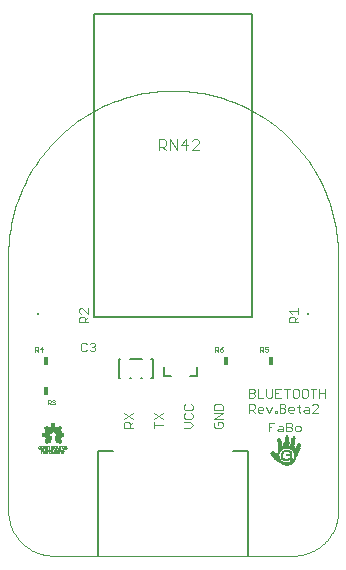
<source format=gto>
G75*
%MOIN*%
%OFA0B0*%
%FSLAX25Y25*%
%IPPOS*%
%LPD*%
%AMOC8*
5,1,8,0,0,1.08239X$1,22.5*
%
%ADD10C,0.00300*%
%ADD11C,0.00800*%
%ADD12R,0.00984X0.00984*%
%ADD13C,0.00100*%
%ADD14R,0.01800X0.03000*%
%ADD15C,0.00500*%
%ADD16C,0.00000*%
%ADD17C,0.00600*%
%ADD18R,0.00506X0.00023*%
%ADD19R,0.00920X0.00023*%
%ADD20R,0.01219X0.00023*%
%ADD21R,0.01426X0.00023*%
%ADD22R,0.01633X0.00023*%
%ADD23R,0.01817X0.00023*%
%ADD24R,0.01955X0.00023*%
%ADD25R,0.02116X0.00023*%
%ADD26R,0.02231X0.00023*%
%ADD27R,0.02369X0.00023*%
%ADD28R,0.02484X0.00023*%
%ADD29R,0.02599X0.00023*%
%ADD30R,0.02714X0.00023*%
%ADD31R,0.02806X0.00023*%
%ADD32R,0.02875X0.00023*%
%ADD33R,0.02990X0.00023*%
%ADD34R,0.03082X0.00023*%
%ADD35R,0.03197X0.00023*%
%ADD36R,0.03266X0.00023*%
%ADD37R,0.03358X0.00023*%
%ADD38R,0.03427X0.00023*%
%ADD39R,0.03519X0.00023*%
%ADD40R,0.03588X0.00023*%
%ADD41R,0.03680X0.00023*%
%ADD42R,0.03749X0.00023*%
%ADD43R,0.03818X0.00023*%
%ADD44R,0.03887X0.00023*%
%ADD45R,0.03979X0.00023*%
%ADD46R,0.04048X0.00023*%
%ADD47R,0.04117X0.00023*%
%ADD48R,0.04163X0.00023*%
%ADD49R,0.04232X0.00023*%
%ADD50R,0.04301X0.00023*%
%ADD51R,0.02024X0.00023*%
%ADD52R,0.01748X0.00023*%
%ADD53R,0.01886X0.00023*%
%ADD54R,0.01587X0.00023*%
%ADD55R,0.01794X0.00023*%
%ADD56R,0.01518X0.00023*%
%ADD57R,0.01771X0.00023*%
%ADD58R,0.01426X0.00023*%
%ADD59R,0.01702X0.00023*%
%ADD60R,0.01380X0.00023*%
%ADD61R,0.01656X0.00023*%
%ADD62R,0.01334X0.00023*%
%ADD63R,0.01610X0.00023*%
%ADD64R,0.01288X0.00023*%
%ADD65R,0.01610X0.00023*%
%ADD66R,0.01242X0.00023*%
%ADD67R,0.01564X0.00023*%
%ADD68R,0.01564X0.00023*%
%ADD69R,0.01173X0.00023*%
%ADD70R,0.01518X0.00023*%
%ADD71R,0.01150X0.00023*%
%ADD72R,0.01127X0.00023*%
%ADD73R,0.01495X0.00023*%
%ADD74R,0.01081X0.00023*%
%ADD75R,0.01472X0.00023*%
%ADD76R,0.01081X0.00023*%
%ADD77R,0.01058X0.00023*%
%ADD78R,0.01472X0.00023*%
%ADD79R,0.01035X0.00023*%
%ADD80R,0.01012X0.00023*%
%ADD81R,0.01449X0.00023*%
%ADD82R,0.00989X0.00023*%
%ADD83R,0.01449X0.00023*%
%ADD84R,0.00966X0.00023*%
%ADD85R,0.00966X0.00023*%
%ADD86R,0.00943X0.00023*%
%ADD87R,0.00920X0.00023*%
%ADD88R,0.00897X0.00023*%
%ADD89R,0.01426X0.00023*%
%ADD90R,0.00874X0.00023*%
%ADD91R,0.00874X0.00023*%
%ADD92R,0.00851X0.00023*%
%ADD93R,0.00851X0.00023*%
%ADD94R,0.00828X0.00023*%
%ADD95R,0.00828X0.00023*%
%ADD96R,0.00782X0.00023*%
%ADD97R,0.01495X0.00023*%
%ADD98R,0.00805X0.00023*%
%ADD99R,0.00253X0.00023*%
%ADD100R,0.00644X0.00023*%
%ADD101R,0.00805X0.00023*%
%ADD102R,0.00759X0.00023*%
%ADD103R,0.00644X0.00023*%
%ADD104R,0.00782X0.00023*%
%ADD105R,0.01081X0.00023*%
%ADD106R,0.00667X0.00023*%
%ADD107R,0.01288X0.00023*%
%ADD108R,0.00690X0.00023*%
%ADD109R,0.01633X0.00023*%
%ADD110R,0.00690X0.00023*%
%ADD111R,0.00759X0.00023*%
%ADD112R,0.01541X0.00023*%
%ADD113R,0.01771X0.00023*%
%ADD114R,0.00713X0.00023*%
%ADD115R,0.00759X0.00023*%
%ADD116R,0.01541X0.00023*%
%ADD117R,0.01909X0.00023*%
%ADD118R,0.00713X0.00023*%
%ADD119R,0.02001X0.00023*%
%ADD120R,0.00736X0.00023*%
%ADD121R,0.02139X0.00023*%
%ADD122R,0.00736X0.00023*%
%ADD123R,0.01587X0.00023*%
%ADD124R,0.02300X0.00023*%
%ADD125R,0.01587X0.00023*%
%ADD126R,0.02392X0.00023*%
%ADD127R,0.00759X0.00023*%
%ADD128R,0.03220X0.00023*%
%ADD129R,0.03243X0.00023*%
%ADD130R,0.03289X0.00023*%
%ADD131R,0.01426X0.00023*%
%ADD132R,0.01219X0.00023*%
%ADD133R,0.01173X0.00023*%
%ADD134R,0.01104X0.00023*%
%ADD135R,0.01357X0.00023*%
%ADD136R,0.01679X0.00023*%
%ADD137R,0.01081X0.00023*%
%ADD138R,0.01702X0.00023*%
%ADD139R,0.01173X0.00023*%
%ADD140R,0.01127X0.00023*%
%ADD141R,0.01725X0.00023*%
%ADD142R,0.00989X0.00023*%
%ADD143R,0.01725X0.00023*%
%ADD144R,0.00943X0.00023*%
%ADD145R,0.01058X0.00023*%
%ADD146R,0.01035X0.00023*%
%ADD147R,0.01748X0.00023*%
%ADD148R,0.00943X0.00023*%
%ADD149R,0.01817X0.00023*%
%ADD150R,0.01817X0.00023*%
%ADD151R,0.01840X0.00023*%
%ADD152R,0.00897X0.00023*%
%ADD153R,0.01840X0.00023*%
%ADD154R,0.01863X0.00023*%
%ADD155R,0.01886X0.00023*%
%ADD156R,0.00851X0.00023*%
%ADD157R,0.01909X0.00023*%
%ADD158R,0.00828X0.00023*%
%ADD159R,0.01932X0.00023*%
%ADD160R,0.01978X0.00023*%
%ADD161R,0.02001X0.00023*%
%ADD162R,0.02047X0.00023*%
%ADD163R,0.02070X0.00023*%
%ADD164R,0.02070X0.00023*%
%ADD165R,0.02093X0.00023*%
%ADD166R,0.02116X0.00023*%
%ADD167R,0.00851X0.00023*%
%ADD168R,0.02139X0.00023*%
%ADD169R,0.02162X0.00023*%
%ADD170R,0.02185X0.00023*%
%ADD171R,0.02208X0.00023*%
%ADD172R,0.02231X0.00023*%
%ADD173R,0.02254X0.00023*%
%ADD174R,0.02254X0.00023*%
%ADD175R,0.02277X0.00023*%
%ADD176R,0.02300X0.00023*%
%ADD177R,0.02323X0.00023*%
%ADD178R,0.02346X0.00023*%
%ADD179R,0.02369X0.00023*%
%ADD180R,0.02392X0.00023*%
%ADD181R,0.02392X0.00023*%
%ADD182R,0.02392X0.00023*%
%ADD183R,0.02415X0.00023*%
%ADD184R,0.02438X0.00023*%
%ADD185R,0.00920X0.00023*%
%ADD186R,0.02461X0.00023*%
%ADD187R,0.01909X0.00023*%
%ADD188R,0.02461X0.00023*%
%ADD189R,0.02484X0.00023*%
%ADD190R,0.00920X0.00023*%
%ADD191R,0.02507X0.00023*%
%ADD192R,0.02530X0.00023*%
%ADD193R,0.02553X0.00023*%
%ADD194R,0.02576X0.00023*%
%ADD195R,0.02576X0.00023*%
%ADD196R,0.01012X0.00023*%
%ADD197R,0.02599X0.00023*%
%ADD198R,0.01012X0.00023*%
%ADD199R,0.02622X0.00023*%
%ADD200R,0.02622X0.00023*%
%ADD201R,0.02645X0.00023*%
%ADD202R,0.02645X0.00023*%
%ADD203R,0.02691X0.00023*%
%ADD204R,0.02714X0.00023*%
%ADD205R,0.02737X0.00023*%
%ADD206R,0.01104X0.00023*%
%ADD207R,0.02760X0.00023*%
%ADD208R,0.02760X0.00023*%
%ADD209R,0.01150X0.00023*%
%ADD210R,0.02783X0.00023*%
%ADD211R,0.02806X0.00023*%
%ADD212R,0.01196X0.00023*%
%ADD213R,0.02829X0.00023*%
%ADD214R,0.02852X0.00023*%
%ADD215R,0.01242X0.00023*%
%ADD216R,0.02852X0.00023*%
%ADD217R,0.01242X0.00023*%
%ADD218R,0.02875X0.00023*%
%ADD219R,0.01265X0.00023*%
%ADD220R,0.02898X0.00023*%
%ADD221R,0.02898X0.00023*%
%ADD222R,0.01334X0.00023*%
%ADD223R,0.01748X0.00023*%
%ADD224R,0.00621X0.00023*%
%ADD225R,0.00575X0.00023*%
%ADD226R,0.00552X0.00023*%
%ADD227R,0.00552X0.00023*%
%ADD228R,0.01403X0.00023*%
%ADD229R,0.00529X0.00023*%
%ADD230R,0.01403X0.00023*%
%ADD231R,0.00506X0.00023*%
%ADD232R,0.00506X0.00023*%
%ADD233R,0.00506X0.00023*%
%ADD234R,0.00483X0.00023*%
%ADD235R,0.00483X0.00023*%
%ADD236R,0.01311X0.00023*%
%ADD237R,0.00943X0.00023*%
%ADD238R,0.01564X0.00023*%
%ADD239R,0.01196X0.00023*%
%ADD240R,0.00828X0.00023*%
%ADD241R,0.00529X0.00023*%
%ADD242R,0.01748X0.00023*%
%ADD243R,0.00529X0.00023*%
%ADD244R,0.01794X0.00023*%
%ADD245R,0.00667X0.00023*%
%ADD246R,0.00575X0.00023*%
%ADD247R,0.00437X0.00023*%
%ADD248R,0.00276X0.00023*%
%ADD249R,0.00598X0.00023*%
%ADD250R,0.00621X0.00023*%
%ADD251R,0.02668X0.00023*%
%ADD252R,0.02024X0.00023*%
%ADD253R,0.02576X0.00023*%
%ADD254R,0.02047X0.00023*%
%ADD255R,0.02323X0.00023*%
%ADD256R,0.02162X0.00023*%
%ADD257R,0.02208X0.00023*%
%ADD258R,0.02001X0.00023*%
%ADD259R,0.02231X0.00023*%
%ADD260R,0.02484X0.00023*%
%ADD261R,0.02668X0.00023*%
%ADD262R,0.02737X0.00023*%
%ADD263R,0.01265X0.00023*%
%ADD264R,0.02944X0.00023*%
%ADD265R,0.02967X0.00023*%
%ADD266R,0.03013X0.00023*%
%ADD267R,0.03082X0.00023*%
%ADD268R,0.03128X0.00023*%
%ADD269R,0.03174X0.00023*%
%ADD270R,0.01679X0.00023*%
%ADD271R,0.01863X0.00023*%
%ADD272R,0.02162X0.00023*%
%ADD273R,0.02277X0.00023*%
%ADD274R,0.05129X0.00023*%
%ADD275R,0.05129X0.00023*%
%ADD276R,0.05152X0.00023*%
%ADD277R,0.05152X0.00023*%
%ADD278R,0.01656X0.00023*%
%ADD279R,0.05175X0.00023*%
%ADD280R,0.05198X0.00023*%
%ADD281R,0.05198X0.00023*%
%ADD282R,0.05221X0.00023*%
%ADD283R,0.05244X0.00023*%
%ADD284R,0.05244X0.00023*%
%ADD285R,0.05267X0.00023*%
%ADD286R,0.05290X0.00023*%
%ADD287R,0.03680X0.00023*%
%ADD288R,0.03703X0.00023*%
%ADD289R,0.03703X0.00023*%
%ADD290R,0.01495X0.00023*%
%ADD291R,0.01495X0.00023*%
%ADD292R,0.01587X0.00023*%
%ADD293R,0.01978X0.00023*%
%ADD294R,0.01955X0.00023*%
%ADD295R,0.01932X0.00023*%
%ADD296R,0.01380X0.00023*%
%ADD297R,0.01909X0.00023*%
%ADD298R,0.01357X0.00023*%
%ADD299R,0.01334X0.00023*%
%ADD300R,0.01311X0.00023*%
%ADD301R,0.01173X0.00023*%
%ADD302R,0.01403X0.00023*%
%ADD303R,0.01403X0.00023*%
%ADD304R,0.00690X0.00023*%
%ADD305R,0.00368X0.00023*%
%ADD306R,0.01334X0.00023*%
%ADD307R,0.01104X0.00023*%
%ADD308R,0.01012X0.00023*%
%ADD309R,0.00460X0.00023*%
%ADD310R,0.00414X0.00023*%
%ADD311R,0.00345X0.00023*%
%ADD312R,0.00253X0.00023*%
%ADD313R,0.00115X0.00023*%
%ADD314R,0.00667X0.00023*%
%ADD315R,0.00667X0.00023*%
%ADD316R,0.00529X0.00023*%
%ADD317R,0.00437X0.00023*%
%ADD318R,0.00391X0.00023*%
%ADD319R,0.00322X0.00023*%
%ADD320R,0.00138X0.00023*%
%ADD321R,0.00690X0.00023*%
%ADD322R,0.00437X0.00023*%
%ADD323R,0.00368X0.00023*%
%ADD324R,0.00207X0.00023*%
%ADD325R,0.00115X0.00023*%
%ADD326R,0.00260X0.00020*%
%ADD327R,0.00380X0.00020*%
%ADD328R,0.00320X0.00020*%
%ADD329R,0.00220X0.00020*%
%ADD330R,0.00240X0.00020*%
%ADD331R,0.00260X0.00020*%
%ADD332R,0.00700X0.00020*%
%ADD333R,0.00400X0.00020*%
%ADD334R,0.00240X0.00020*%
%ADD335R,0.00480X0.00020*%
%ADD336R,0.00720X0.00020*%
%ADD337R,0.00700X0.00020*%
%ADD338R,0.00540X0.00020*%
%ADD339R,0.00760X0.00020*%
%ADD340R,0.00720X0.00020*%
%ADD341R,0.00280X0.00020*%
%ADD342R,0.00740X0.00020*%
%ADD343R,0.00600X0.00020*%
%ADD344R,0.00780X0.00020*%
%ADD345R,0.00740X0.00020*%
%ADD346R,0.00280X0.00020*%
%ADD347R,0.00760X0.00020*%
%ADD348R,0.00660X0.00020*%
%ADD349R,0.00780X0.00020*%
%ADD350R,0.00300X0.00020*%
%ADD351R,0.00800X0.00020*%
%ADD352R,0.00300X0.00020*%
%ADD353R,0.00320X0.00020*%
%ADD354R,0.00820X0.00020*%
%ADD355R,0.00800X0.00020*%
%ADD356R,0.00320X0.00020*%
%ADD357R,0.00340X0.00020*%
%ADD358R,0.00840X0.00020*%
%ADD359R,0.00340X0.00020*%
%ADD360R,0.00820X0.00020*%
%ADD361R,0.00840X0.00020*%
%ADD362R,0.00820X0.00020*%
%ADD363R,0.00360X0.00020*%
%ADD364R,0.00740X0.00020*%
%ADD365R,0.00320X0.00020*%
%ADD366R,0.00380X0.00020*%
%ADD367R,0.00360X0.00020*%
%ADD368R,0.00180X0.00020*%
%ADD369R,0.00400X0.00020*%
%ADD370R,0.00120X0.00020*%
%ADD371R,0.00080X0.00020*%
%ADD372R,0.00420X0.00020*%
%ADD373R,0.00040X0.00020*%
%ADD374R,0.00440X0.00020*%
%ADD375R,0.00440X0.00020*%
%ADD376R,0.00460X0.00020*%
%ADD377R,0.00460X0.00020*%
%ADD378R,0.00480X0.00020*%
%ADD379R,0.00880X0.00020*%
%ADD380R,0.00220X0.00020*%
%ADD381R,0.00500X0.00020*%
%ADD382R,0.00880X0.00020*%
%ADD383R,0.00240X0.00020*%
%ADD384R,0.00240X0.00020*%
%ADD385R,0.00220X0.00020*%
%ADD386R,0.00220X0.00020*%
%ADD387R,0.00040X0.00020*%
%ADD388R,0.00080X0.00020*%
%ADD389R,0.00060X0.00020*%
%ADD390R,0.00340X0.00020*%
%ADD391R,0.00100X0.00020*%
%ADD392R,0.00820X0.00020*%
%ADD393R,0.00200X0.00020*%
%ADD394R,0.00620X0.00020*%
%ADD395R,0.00340X0.00020*%
%ADD396R,0.00640X0.00020*%
%ADD397R,0.00640X0.00020*%
%ADD398R,0.00660X0.00020*%
%ADD399R,0.00680X0.00020*%
%ADD400R,0.00740X0.00020*%
%ADD401R,0.00720X0.00020*%
%ADD402R,0.00620X0.00020*%
%ADD403R,0.00680X0.00020*%
%ADD404R,0.00560X0.00020*%
%ADD405R,0.00520X0.00020*%
%ADD406R,0.00560X0.00020*%
%ADD407R,0.00420X0.00020*%
%ADD408R,0.00200X0.00020*%
%ADD409R,0.00160X0.00020*%
%ADD410R,0.00180X0.00020*%
%ADD411R,0.00420X0.00020*%
%ADD412R,0.00520X0.00020*%
%ADD413R,0.00500X0.00020*%
%ADD414R,0.00580X0.00020*%
%ADD415R,0.00540X0.00020*%
%ADD416R,0.00580X0.00020*%
%ADD417R,0.00640X0.00020*%
%ADD418R,0.00600X0.00020*%
%ADD419R,0.00620X0.00020*%
%ADD420R,0.00860X0.00020*%
%ADD421R,0.00860X0.00020*%
%ADD422R,0.00120X0.00020*%
%ADD423R,0.00120X0.00020*%
%ADD424R,0.00140X0.00020*%
%ADD425R,0.00040X0.00020*%
%ADD426R,0.00060X0.00020*%
%ADD427R,0.00020X0.00020*%
%ADD428R,0.00020X0.00020*%
%ADD429R,0.00540X0.00020*%
%ADD430R,0.00520X0.00020*%
%ADD431R,0.00020X0.00020*%
%ADD432R,0.00100X0.00020*%
%ADD433R,0.00140X0.00020*%
%ADD434R,0.00160X0.00020*%
%ADD435R,0.00900X0.00020*%
%ADD436R,0.00960X0.00020*%
%ADD437R,0.00120X0.00020*%
%ADD438R,0.01000X0.00020*%
%ADD439R,0.01060X0.00020*%
%ADD440R,0.01100X0.00020*%
%ADD441R,0.01160X0.00020*%
%ADD442R,0.01200X0.00020*%
%ADD443R,0.01260X0.00020*%
%ADD444R,0.01300X0.00020*%
%ADD445R,0.00440X0.00020*%
%ADD446R,0.01840X0.00020*%
%ADD447R,0.01840X0.00020*%
%ADD448R,0.01860X0.00020*%
%ADD449R,0.01900X0.00020*%
%ADD450R,0.01920X0.00020*%
%ADD451R,0.01920X0.00020*%
%ADD452R,0.01960X0.00020*%
%ADD453R,0.01980X0.00020*%
%ADD454R,0.02000X0.00020*%
%ADD455R,0.02040X0.00020*%
%ADD456R,0.02060X0.00020*%
%ADD457R,0.02080X0.00020*%
%ADD458R,0.02100X0.00020*%
%ADD459R,0.02100X0.00020*%
%ADD460R,0.02080X0.00020*%
%ADD461R,0.02060X0.00020*%
%ADD462R,0.02040X0.00020*%
%ADD463R,0.02040X0.00020*%
%ADD464R,0.02040X0.00020*%
%ADD465R,0.02020X0.00020*%
%ADD466R,0.02020X0.00020*%
%ADD467R,0.02020X0.00020*%
%ADD468R,0.02020X0.00020*%
%ADD469R,0.02000X0.00020*%
%ADD470R,0.01980X0.00020*%
%ADD471R,0.01940X0.00020*%
%ADD472R,0.01940X0.00020*%
%ADD473R,0.01920X0.00020*%
%ADD474R,0.01920X0.00020*%
%ADD475R,0.02120X0.00020*%
%ADD476R,0.02120X0.00020*%
%ADD477R,0.02140X0.00020*%
%ADD478R,0.02140X0.00020*%
%ADD479R,0.02180X0.00020*%
%ADD480R,0.02180X0.00020*%
%ADD481R,0.02200X0.00020*%
%ADD482R,0.02220X0.00020*%
%ADD483R,0.02220X0.00020*%
%ADD484R,0.02260X0.00020*%
%ADD485R,0.02260X0.00020*%
%ADD486R,0.02240X0.00020*%
%ADD487R,0.02220X0.00020*%
%ADD488R,0.02200X0.00020*%
%ADD489R,0.02160X0.00020*%
%ADD490R,0.02160X0.00020*%
%ADD491R,0.02280X0.00020*%
%ADD492R,0.02360X0.00020*%
%ADD493R,0.02460X0.00020*%
%ADD494R,0.02540X0.00020*%
%ADD495R,0.02620X0.00020*%
%ADD496R,0.02620X0.00020*%
%ADD497R,0.02740X0.00020*%
%ADD498R,0.02820X0.00020*%
%ADD499R,0.02820X0.00020*%
%ADD500R,0.02840X0.00020*%
%ADD501R,0.02840X0.00020*%
%ADD502R,0.02800X0.00020*%
%ADD503R,0.02800X0.00020*%
%ADD504R,0.02780X0.00020*%
%ADD505R,0.02780X0.00020*%
%ADD506R,0.02760X0.00020*%
%ADD507R,0.02760X0.00020*%
%ADD508R,0.02740X0.00020*%
%ADD509R,0.02740X0.00020*%
%ADD510R,0.02740X0.00020*%
%ADD511R,0.02720X0.00020*%
%ADD512R,0.02720X0.00020*%
%ADD513R,0.02720X0.00020*%
%ADD514R,0.02720X0.00020*%
%ADD515R,0.02820X0.00020*%
%ADD516R,0.02820X0.00020*%
%ADD517R,0.02840X0.00020*%
%ADD518R,0.02840X0.00020*%
%ADD519R,0.02640X0.00020*%
%ADD520R,0.02540X0.00020*%
%ADD521R,0.02360X0.00020*%
%ADD522R,0.02220X0.00020*%
%ADD523R,0.02300X0.00020*%
%ADD524R,0.02420X0.00020*%
%ADD525R,0.05220X0.00020*%
%ADD526R,0.05180X0.00020*%
%ADD527R,0.05180X0.00020*%
%ADD528R,0.05140X0.00020*%
%ADD529R,0.05140X0.00020*%
%ADD530R,0.05100X0.00020*%
%ADD531R,0.05100X0.00020*%
%ADD532R,0.05060X0.00020*%
%ADD533R,0.05020X0.00020*%
%ADD534R,0.05020X0.00020*%
%ADD535R,0.04980X0.00020*%
%ADD536R,0.04940X0.00020*%
%ADD537R,0.04940X0.00020*%
%ADD538R,0.04900X0.00020*%
%ADD539R,0.04900X0.00020*%
%ADD540R,0.04860X0.00020*%
%ADD541R,0.04860X0.00020*%
%ADD542R,0.04980X0.00020*%
%ADD543R,0.05220X0.00020*%
%ADD544R,0.05260X0.00020*%
%ADD545R,0.05260X0.00020*%
%ADD546R,0.05300X0.00020*%
%ADD547R,0.05340X0.00020*%
%ADD548R,0.05380X0.00020*%
%ADD549R,0.05380X0.00020*%
%ADD550R,0.05420X0.00020*%
%ADD551R,0.05460X0.00020*%
%ADD552R,0.05460X0.00020*%
%ADD553R,0.05500X0.00020*%
%ADD554R,0.05540X0.00020*%
%ADD555R,0.05540X0.00020*%
%ADD556R,0.05580X0.00020*%
%ADD557R,0.05620X0.00020*%
%ADD558R,0.05660X0.00020*%
%ADD559R,0.05700X0.00020*%
%ADD560R,0.05700X0.00020*%
%ADD561R,0.05740X0.00020*%
%ADD562R,0.05780X0.00020*%
%ADD563R,0.05820X0.00020*%
%ADD564R,0.05820X0.00020*%
%ADD565R,0.05860X0.00020*%
%ADD566R,0.05900X0.00020*%
%ADD567R,0.05940X0.00020*%
%ADD568R,0.05940X0.00020*%
%ADD569R,0.05980X0.00020*%
%ADD570R,0.05900X0.00020*%
%ADD571R,0.05860X0.00020*%
%ADD572R,0.05660X0.00020*%
%ADD573R,0.01380X0.00020*%
%ADD574R,0.02700X0.00020*%
%ADD575R,0.01320X0.00020*%
%ADD576R,0.02580X0.00020*%
%ADD577R,0.01320X0.00020*%
%ADD578R,0.01280X0.00020*%
%ADD579R,0.02500X0.00020*%
%ADD580R,0.01220X0.00020*%
%ADD581R,0.02380X0.00020*%
%ADD582R,0.01220X0.00020*%
%ADD583R,0.01180X0.00020*%
%ADD584R,0.02300X0.00020*%
%ADD585R,0.01140X0.00020*%
%ADD586R,0.01120X0.00020*%
%ADD587R,0.01080X0.00020*%
%ADD588R,0.01040X0.00020*%
%ADD589R,0.00980X0.00020*%
%ADD590R,0.01900X0.00020*%
%ADD591R,0.00940X0.00020*%
%ADD592R,0.01820X0.00020*%
%ADD593R,0.00940X0.00020*%
%ADD594R,0.01700X0.00020*%
%ADD595R,0.01620X0.00020*%
%ADD596R,0.01500X0.00020*%
%ADD597R,0.01460X0.00020*%
%ADD598R,0.01420X0.00020*%
%ADD599R,0.01420X0.00020*%
%ADD600R,0.01380X0.00020*%
%ADD601R,0.01340X0.00020*%
%ADD602R,0.00140X0.00020*%
%ADD603R,0.01340X0.00020*%
%ADD604R,0.00140X0.00020*%
%ADD605R,0.01300X0.00020*%
%ADD606R,0.01260X0.00020*%
%ADD607R,0.01220X0.00020*%
%ADD608R,0.01180X0.00020*%
%ADD609R,0.01140X0.00020*%
%ADD610R,0.01140X0.00020*%
%ADD611R,0.01100X0.00020*%
D10*
X0045348Y0061656D02*
X0045348Y0063107D01*
X0045831Y0063591D01*
X0046799Y0063591D01*
X0047283Y0063107D01*
X0047283Y0061656D01*
X0048250Y0061656D02*
X0045348Y0061656D01*
X0047283Y0062623D02*
X0048250Y0063591D01*
X0048250Y0064602D02*
X0045348Y0066537D01*
X0045348Y0064602D02*
X0048250Y0066537D01*
X0055348Y0066537D02*
X0058250Y0064602D01*
X0058250Y0066537D02*
X0055348Y0064602D01*
X0055348Y0063591D02*
X0055348Y0061656D01*
X0055348Y0062623D02*
X0058250Y0062623D01*
X0065348Y0061656D02*
X0067283Y0061656D01*
X0068250Y0062623D01*
X0067283Y0063591D01*
X0065348Y0063591D01*
X0065831Y0064602D02*
X0065348Y0065086D01*
X0065348Y0066054D01*
X0065831Y0066537D01*
X0065831Y0067549D02*
X0067766Y0067549D01*
X0068250Y0068033D01*
X0068250Y0069000D01*
X0067766Y0069484D01*
X0065831Y0069484D02*
X0065348Y0069000D01*
X0065348Y0068033D01*
X0065831Y0067549D01*
X0067766Y0066537D02*
X0068250Y0066054D01*
X0068250Y0065086D01*
X0067766Y0064602D01*
X0065831Y0064602D01*
X0075348Y0064602D02*
X0078250Y0066537D01*
X0075348Y0066537D01*
X0075348Y0067549D02*
X0075348Y0069000D01*
X0075831Y0069484D01*
X0077766Y0069484D01*
X0078250Y0069000D01*
X0078250Y0067549D01*
X0075348Y0067549D01*
X0075348Y0064602D02*
X0078250Y0064602D01*
X0077766Y0063591D02*
X0076799Y0063591D01*
X0076799Y0062623D01*
X0077766Y0061656D02*
X0075831Y0061656D01*
X0075348Y0062140D01*
X0075348Y0063107D01*
X0075831Y0063591D01*
X0077766Y0063591D02*
X0078250Y0063107D01*
X0078250Y0062140D01*
X0077766Y0061656D01*
X0086950Y0066656D02*
X0086950Y0069558D01*
X0088401Y0069558D01*
X0088885Y0069075D01*
X0088885Y0068107D01*
X0088401Y0067623D01*
X0086950Y0067623D01*
X0087917Y0067623D02*
X0088885Y0066656D01*
X0089897Y0067140D02*
X0089897Y0068107D01*
X0090380Y0068591D01*
X0091348Y0068591D01*
X0091831Y0068107D01*
X0091831Y0067623D01*
X0089897Y0067623D01*
X0089897Y0067140D02*
X0090380Y0066656D01*
X0091348Y0066656D01*
X0092843Y0068591D02*
X0093811Y0066656D01*
X0094778Y0068591D01*
X0095790Y0067140D02*
X0096273Y0067140D01*
X0096273Y0066656D01*
X0095790Y0066656D01*
X0095790Y0067140D01*
X0097263Y0066656D02*
X0097263Y0069558D01*
X0098714Y0069558D01*
X0099198Y0069075D01*
X0099198Y0068591D01*
X0098714Y0068107D01*
X0097263Y0068107D01*
X0098714Y0068107D02*
X0099198Y0067623D01*
X0099198Y0067140D01*
X0098714Y0066656D01*
X0097263Y0066656D01*
X0095492Y0063308D02*
X0093557Y0063308D01*
X0093557Y0060406D01*
X0093557Y0061857D02*
X0094524Y0061857D01*
X0096503Y0060890D02*
X0096987Y0061373D01*
X0098438Y0061373D01*
X0098438Y0061857D02*
X0098438Y0060406D01*
X0096987Y0060406D01*
X0096503Y0060890D01*
X0096987Y0062341D02*
X0097955Y0062341D01*
X0098438Y0061857D01*
X0099450Y0061857D02*
X0100901Y0061857D01*
X0101385Y0061373D01*
X0101385Y0060890D01*
X0100901Y0060406D01*
X0099450Y0060406D01*
X0099450Y0063308D01*
X0100901Y0063308D01*
X0101385Y0062825D01*
X0101385Y0062341D01*
X0100901Y0061857D01*
X0102397Y0061857D02*
X0102397Y0060890D01*
X0102880Y0060406D01*
X0103848Y0060406D01*
X0104331Y0060890D01*
X0104331Y0061857D01*
X0103848Y0062341D01*
X0102880Y0062341D01*
X0102397Y0061857D01*
X0101661Y0066656D02*
X0100693Y0066656D01*
X0100209Y0067140D01*
X0100209Y0068107D01*
X0100693Y0068591D01*
X0101661Y0068591D01*
X0102144Y0068107D01*
X0102144Y0067623D01*
X0100209Y0067623D01*
X0103156Y0068591D02*
X0104123Y0068591D01*
X0103640Y0069075D02*
X0103640Y0067140D01*
X0104123Y0066656D01*
X0105120Y0067140D02*
X0105604Y0067623D01*
X0107055Y0067623D01*
X0107055Y0068107D02*
X0107055Y0066656D01*
X0105604Y0066656D01*
X0105120Y0067140D01*
X0105604Y0068591D02*
X0106571Y0068591D01*
X0107055Y0068107D01*
X0108067Y0069075D02*
X0108550Y0069558D01*
X0109518Y0069558D01*
X0110002Y0069075D01*
X0110002Y0068591D01*
X0108067Y0066656D01*
X0110002Y0066656D01*
X0110522Y0071656D02*
X0110522Y0074558D01*
X0109511Y0074558D02*
X0107576Y0074558D01*
X0108543Y0074558D02*
X0108543Y0071656D01*
X0106564Y0072140D02*
X0106564Y0074075D01*
X0106080Y0074558D01*
X0105113Y0074558D01*
X0104629Y0074075D01*
X0104629Y0072140D01*
X0105113Y0071656D01*
X0106080Y0071656D01*
X0106564Y0072140D01*
X0103618Y0072140D02*
X0103618Y0074075D01*
X0103134Y0074558D01*
X0102166Y0074558D01*
X0101683Y0074075D01*
X0101683Y0072140D01*
X0102166Y0071656D01*
X0103134Y0071656D01*
X0103618Y0072140D01*
X0100671Y0074558D02*
X0098736Y0074558D01*
X0099704Y0074558D02*
X0099704Y0071656D01*
X0097725Y0071656D02*
X0095790Y0071656D01*
X0095790Y0074558D01*
X0097725Y0074558D01*
X0096757Y0073107D02*
X0095790Y0073107D01*
X0094778Y0072140D02*
X0094778Y0074558D01*
X0092843Y0074558D02*
X0092843Y0072140D01*
X0093327Y0071656D01*
X0094294Y0071656D01*
X0094778Y0072140D01*
X0091831Y0071656D02*
X0089897Y0071656D01*
X0089897Y0074558D01*
X0088885Y0074075D02*
X0088885Y0073591D01*
X0088401Y0073107D01*
X0086950Y0073107D01*
X0086950Y0071656D02*
X0088401Y0071656D01*
X0088885Y0072140D01*
X0088885Y0072623D01*
X0088401Y0073107D01*
X0088885Y0074075D02*
X0088401Y0074558D01*
X0086950Y0074558D01*
X0086950Y0071656D01*
X0100448Y0096763D02*
X0100448Y0098214D01*
X0100931Y0098698D01*
X0101899Y0098698D01*
X0102383Y0098214D01*
X0102383Y0096763D01*
X0103350Y0096763D02*
X0100448Y0096763D01*
X0102383Y0097730D02*
X0103350Y0098698D01*
X0103350Y0099709D02*
X0103350Y0101644D01*
X0103350Y0100677D02*
X0100448Y0100677D01*
X0101415Y0099709D01*
X0112457Y0074558D02*
X0112457Y0071656D01*
X0112457Y0073107D02*
X0110522Y0073107D01*
X0070468Y0154156D02*
X0067999Y0154156D01*
X0070468Y0156625D01*
X0070468Y0157242D01*
X0069851Y0157859D01*
X0068617Y0157859D01*
X0067999Y0157242D01*
X0066785Y0156007D02*
X0064316Y0156007D01*
X0066168Y0157859D01*
X0066168Y0154156D01*
X0063102Y0154156D02*
X0063102Y0157859D01*
X0060633Y0157859D02*
X0060633Y0154156D01*
X0059419Y0154156D02*
X0058184Y0155390D01*
X0058802Y0155390D02*
X0056950Y0155390D01*
X0056950Y0154156D02*
X0056950Y0157859D01*
X0058802Y0157859D01*
X0059419Y0157242D01*
X0059419Y0156007D01*
X0058802Y0155390D01*
X0060633Y0157859D02*
X0063102Y0154156D01*
X0033350Y0101644D02*
X0033350Y0099709D01*
X0031415Y0101644D01*
X0030931Y0101644D01*
X0030448Y0101161D01*
X0030448Y0100193D01*
X0030931Y0099709D01*
X0030931Y0098698D02*
X0031899Y0098698D01*
X0032383Y0098214D01*
X0032383Y0096763D01*
X0033350Y0096763D02*
X0030448Y0096763D01*
X0030448Y0098214D01*
X0030931Y0098698D01*
X0032383Y0097730D02*
X0033350Y0098698D01*
X0032401Y0090058D02*
X0031434Y0090058D01*
X0030950Y0089575D01*
X0030950Y0087640D01*
X0031434Y0087156D01*
X0032401Y0087156D01*
X0032885Y0087640D01*
X0033897Y0087640D02*
X0034380Y0087156D01*
X0035348Y0087156D01*
X0035831Y0087640D01*
X0035831Y0088123D01*
X0035348Y0088607D01*
X0034864Y0088607D01*
X0035348Y0088607D02*
X0035831Y0089091D01*
X0035831Y0089575D01*
X0035348Y0090058D01*
X0034380Y0090058D01*
X0033897Y0089575D01*
X0032885Y0089575D02*
X0032401Y0090058D01*
D11*
X0058788Y0081900D02*
X0058788Y0078750D01*
X0061150Y0078750D01*
X0067450Y0078750D02*
X0069812Y0078750D01*
X0069812Y0081900D01*
D12*
X0106800Y0099498D03*
X0016800Y0099498D03*
D13*
X0016601Y0088557D02*
X0015850Y0088557D01*
X0015850Y0087056D01*
X0015850Y0087556D02*
X0016601Y0087556D01*
X0016851Y0087807D01*
X0016851Y0088307D01*
X0016601Y0088557D01*
X0016350Y0087556D02*
X0016851Y0087056D01*
X0017323Y0087807D02*
X0018074Y0088557D01*
X0018074Y0087056D01*
X0018324Y0087807D02*
X0017323Y0087807D01*
X0019903Y0070957D02*
X0020654Y0070957D01*
X0020904Y0070707D01*
X0020904Y0070207D01*
X0020654Y0069956D01*
X0019903Y0069956D01*
X0019903Y0069456D02*
X0019903Y0070957D01*
X0020404Y0069956D02*
X0020904Y0069456D01*
X0021377Y0069706D02*
X0021627Y0069456D01*
X0022127Y0069456D01*
X0022378Y0069706D01*
X0022378Y0069956D01*
X0022127Y0070207D01*
X0021877Y0070207D01*
X0022127Y0070207D02*
X0022378Y0070457D01*
X0022378Y0070707D01*
X0022127Y0070957D01*
X0021627Y0070957D01*
X0021377Y0070707D01*
X0075850Y0087056D02*
X0075850Y0088557D01*
X0076601Y0088557D01*
X0076851Y0088307D01*
X0076851Y0087807D01*
X0076601Y0087556D01*
X0075850Y0087556D01*
X0076350Y0087556D02*
X0076851Y0087056D01*
X0077323Y0087306D02*
X0077573Y0087056D01*
X0078074Y0087056D01*
X0078324Y0087306D01*
X0078324Y0087556D01*
X0078074Y0087807D01*
X0077323Y0087807D01*
X0077323Y0087306D01*
X0077323Y0087807D02*
X0077824Y0088307D01*
X0078324Y0088557D01*
X0090850Y0088557D02*
X0090850Y0087056D01*
X0090850Y0087556D02*
X0091601Y0087556D01*
X0091851Y0087807D01*
X0091851Y0088307D01*
X0091601Y0088557D01*
X0090850Y0088557D01*
X0091350Y0087556D02*
X0091851Y0087056D01*
X0092323Y0087306D02*
X0092573Y0087056D01*
X0093074Y0087056D01*
X0093324Y0087306D01*
X0093324Y0087807D01*
X0093074Y0088057D01*
X0092824Y0088057D01*
X0092323Y0087807D01*
X0092323Y0088557D01*
X0093324Y0088557D01*
D14*
X0094300Y0084006D03*
X0079300Y0084006D03*
X0019300Y0084006D03*
X0019300Y0074006D03*
D15*
X0035422Y0098612D02*
X0088178Y0098612D01*
X0088178Y0199400D01*
X0035422Y0199400D01*
X0035422Y0098612D01*
X0036800Y0054006D02*
X0041800Y0054006D01*
X0036800Y0054006D02*
X0036800Y0019006D01*
X0081800Y0054006D02*
X0086800Y0054006D01*
X0086800Y0019006D01*
D16*
X0006800Y0034006D02*
X0006800Y0119006D01*
X0006800Y0034006D02*
X0006804Y0033644D01*
X0006818Y0033281D01*
X0006839Y0032919D01*
X0006870Y0032558D01*
X0006909Y0032198D01*
X0006957Y0031839D01*
X0007014Y0031481D01*
X0007079Y0031124D01*
X0007153Y0030769D01*
X0007236Y0030416D01*
X0007327Y0030065D01*
X0007426Y0029717D01*
X0007534Y0029371D01*
X0007650Y0029027D01*
X0007775Y0028687D01*
X0007907Y0028350D01*
X0008048Y0028016D01*
X0008197Y0027685D01*
X0008354Y0027358D01*
X0008518Y0027035D01*
X0008690Y0026716D01*
X0008870Y0026402D01*
X0009058Y0026091D01*
X0009253Y0025786D01*
X0009455Y0025485D01*
X0009665Y0025189D01*
X0009881Y0024899D01*
X0010105Y0024613D01*
X0010335Y0024333D01*
X0010572Y0024059D01*
X0010816Y0023791D01*
X0011066Y0023528D01*
X0011322Y0023272D01*
X0011585Y0023022D01*
X0011853Y0022778D01*
X0012127Y0022541D01*
X0012407Y0022311D01*
X0012693Y0022087D01*
X0012983Y0021871D01*
X0013279Y0021661D01*
X0013580Y0021459D01*
X0013885Y0021264D01*
X0014196Y0021076D01*
X0014510Y0020896D01*
X0014829Y0020724D01*
X0015152Y0020560D01*
X0015479Y0020403D01*
X0015810Y0020254D01*
X0016144Y0020113D01*
X0016481Y0019981D01*
X0016821Y0019856D01*
X0017165Y0019740D01*
X0017511Y0019632D01*
X0017859Y0019533D01*
X0018210Y0019442D01*
X0018563Y0019359D01*
X0018918Y0019285D01*
X0019275Y0019220D01*
X0019633Y0019163D01*
X0019992Y0019115D01*
X0020352Y0019076D01*
X0020713Y0019045D01*
X0021075Y0019024D01*
X0021438Y0019010D01*
X0021800Y0019006D01*
X0101800Y0019006D01*
X0102162Y0019010D01*
X0102525Y0019024D01*
X0102887Y0019045D01*
X0103248Y0019076D01*
X0103608Y0019115D01*
X0103967Y0019163D01*
X0104325Y0019220D01*
X0104682Y0019285D01*
X0105037Y0019359D01*
X0105390Y0019442D01*
X0105741Y0019533D01*
X0106089Y0019632D01*
X0106435Y0019740D01*
X0106779Y0019856D01*
X0107119Y0019981D01*
X0107456Y0020113D01*
X0107790Y0020254D01*
X0108121Y0020403D01*
X0108448Y0020560D01*
X0108771Y0020724D01*
X0109090Y0020896D01*
X0109404Y0021076D01*
X0109715Y0021264D01*
X0110020Y0021459D01*
X0110321Y0021661D01*
X0110617Y0021871D01*
X0110907Y0022087D01*
X0111193Y0022311D01*
X0111473Y0022541D01*
X0111747Y0022778D01*
X0112015Y0023022D01*
X0112278Y0023272D01*
X0112534Y0023528D01*
X0112784Y0023791D01*
X0113028Y0024059D01*
X0113265Y0024333D01*
X0113495Y0024613D01*
X0113719Y0024899D01*
X0113935Y0025189D01*
X0114145Y0025485D01*
X0114347Y0025786D01*
X0114542Y0026091D01*
X0114730Y0026402D01*
X0114910Y0026716D01*
X0115082Y0027035D01*
X0115246Y0027358D01*
X0115403Y0027685D01*
X0115552Y0028016D01*
X0115693Y0028350D01*
X0115825Y0028687D01*
X0115950Y0029027D01*
X0116066Y0029371D01*
X0116174Y0029717D01*
X0116273Y0030065D01*
X0116364Y0030416D01*
X0116447Y0030769D01*
X0116521Y0031124D01*
X0116586Y0031481D01*
X0116643Y0031839D01*
X0116691Y0032198D01*
X0116730Y0032558D01*
X0116761Y0032919D01*
X0116782Y0033281D01*
X0116796Y0033644D01*
X0116800Y0034006D01*
X0116800Y0119006D01*
X0116784Y0120345D01*
X0116735Y0121684D01*
X0116653Y0123021D01*
X0116539Y0124355D01*
X0116393Y0125687D01*
X0116214Y0127014D01*
X0116003Y0128337D01*
X0115759Y0129654D01*
X0115484Y0130965D01*
X0115177Y0132268D01*
X0114838Y0133564D01*
X0114468Y0134851D01*
X0114067Y0136129D01*
X0113634Y0137397D01*
X0113171Y0138654D01*
X0112677Y0139899D01*
X0112153Y0141132D01*
X0111600Y0142351D01*
X0111016Y0143557D01*
X0110404Y0144748D01*
X0109763Y0145924D01*
X0109093Y0147084D01*
X0108395Y0148227D01*
X0107670Y0149353D01*
X0106917Y0150461D01*
X0106138Y0151551D01*
X0105332Y0152621D01*
X0104501Y0153671D01*
X0103644Y0154700D01*
X0102762Y0155709D01*
X0101857Y0156695D01*
X0100927Y0157659D01*
X0099974Y0158601D01*
X0098999Y0159519D01*
X0098001Y0160412D01*
X0096982Y0161282D01*
X0095942Y0162126D01*
X0094882Y0162944D01*
X0093802Y0163737D01*
X0092704Y0164503D01*
X0091586Y0165242D01*
X0090452Y0165954D01*
X0089300Y0166637D01*
X0088132Y0167293D01*
X0086948Y0167920D01*
X0085750Y0168518D01*
X0084537Y0169086D01*
X0083311Y0169625D01*
X0082072Y0170134D01*
X0080821Y0170612D01*
X0079558Y0171060D01*
X0078286Y0171477D01*
X0077003Y0171863D01*
X0075711Y0172218D01*
X0074411Y0172541D01*
X0073104Y0172832D01*
X0071790Y0173091D01*
X0070470Y0173318D01*
X0069145Y0173513D01*
X0067815Y0173676D01*
X0066482Y0173806D01*
X0065147Y0173904D01*
X0063809Y0173969D01*
X0062470Y0174002D01*
X0061130Y0174002D01*
X0059791Y0173969D01*
X0058453Y0173904D01*
X0057118Y0173806D01*
X0055785Y0173676D01*
X0054455Y0173513D01*
X0053130Y0173318D01*
X0051810Y0173091D01*
X0050496Y0172832D01*
X0049189Y0172541D01*
X0047889Y0172218D01*
X0046597Y0171863D01*
X0045314Y0171477D01*
X0044042Y0171060D01*
X0042779Y0170612D01*
X0041528Y0170134D01*
X0040289Y0169625D01*
X0039063Y0169086D01*
X0037850Y0168518D01*
X0036652Y0167920D01*
X0035468Y0167293D01*
X0034300Y0166637D01*
X0033148Y0165954D01*
X0032014Y0165242D01*
X0030896Y0164503D01*
X0029798Y0163737D01*
X0028718Y0162944D01*
X0027658Y0162126D01*
X0026618Y0161282D01*
X0025599Y0160412D01*
X0024601Y0159519D01*
X0023626Y0158601D01*
X0022673Y0157659D01*
X0021743Y0156695D01*
X0020838Y0155709D01*
X0019956Y0154700D01*
X0019099Y0153671D01*
X0018268Y0152621D01*
X0017462Y0151551D01*
X0016683Y0150461D01*
X0015930Y0149353D01*
X0015205Y0148227D01*
X0014507Y0147084D01*
X0013837Y0145924D01*
X0013196Y0144748D01*
X0012584Y0143557D01*
X0012000Y0142351D01*
X0011447Y0141132D01*
X0010923Y0139899D01*
X0010429Y0138654D01*
X0009966Y0137397D01*
X0009533Y0136129D01*
X0009132Y0134851D01*
X0008762Y0133564D01*
X0008423Y0132268D01*
X0008116Y0130965D01*
X0007841Y0129654D01*
X0007597Y0128337D01*
X0007386Y0127014D01*
X0007207Y0125687D01*
X0007061Y0124355D01*
X0006947Y0123021D01*
X0006865Y0121684D01*
X0006816Y0120345D01*
X0006800Y0119006D01*
D17*
X0043702Y0084695D02*
X0043702Y0078317D01*
X0044072Y0078317D01*
X0047245Y0078317D02*
X0047615Y0078317D01*
X0050985Y0078317D02*
X0051355Y0078317D01*
X0054528Y0078317D02*
X0054898Y0078317D01*
X0054898Y0084695D01*
X0054528Y0084695D01*
X0051355Y0084695D02*
X0047245Y0084695D01*
X0044072Y0084695D02*
X0043702Y0084695D01*
D18*
X0099739Y0049006D03*
D19*
X0099739Y0049029D03*
X0098267Y0051283D03*
X0098267Y0053100D03*
X0098382Y0053261D03*
X0094932Y0053376D03*
X0101671Y0050248D03*
X0101717Y0050294D03*
X0102660Y0052157D03*
X0101924Y0058114D03*
D20*
X0099728Y0058045D03*
X0097198Y0056941D03*
X0098923Y0053606D03*
X0100855Y0051053D03*
X0101292Y0049949D03*
X0099728Y0049052D03*
X0102741Y0052709D03*
D21*
X0103603Y0055469D03*
X0101786Y0057148D03*
X0101786Y0057194D03*
X0099693Y0057608D03*
X0099693Y0057654D03*
X0097370Y0055975D03*
X0097393Y0055883D03*
X0097393Y0055837D03*
X0097439Y0055676D03*
X0099739Y0049075D03*
D22*
X0099728Y0049098D03*
X0096623Y0050961D03*
X0097773Y0054411D03*
X0099613Y0056872D03*
X0099613Y0056918D03*
X0103339Y0054825D03*
X0103362Y0054848D03*
D23*
X0100556Y0050938D03*
X0099728Y0049121D03*
X0095197Y0052870D03*
X0099521Y0055860D03*
X0099521Y0055906D03*
X0099521Y0055952D03*
D24*
X0099498Y0055423D03*
X0099498Y0055400D03*
X0097911Y0054526D03*
X0099728Y0049144D03*
D25*
X0099716Y0049167D03*
X0102684Y0053721D03*
D26*
X0099498Y0050800D03*
X0099705Y0049190D03*
D27*
X0099705Y0049213D03*
D28*
X0099693Y0049236D03*
D29*
X0099705Y0049259D03*
X0102557Y0054066D03*
X0095795Y0052295D03*
D30*
X0095760Y0052479D03*
X0099716Y0053629D03*
X0099694Y0049282D03*
D31*
X0099694Y0049305D03*
X0095737Y0052640D03*
X0095737Y0052686D03*
D32*
X0099682Y0049328D03*
X0102488Y0054227D03*
D33*
X0099670Y0049351D03*
D34*
X0099670Y0049374D03*
D35*
X0099659Y0049397D03*
D36*
X0099648Y0049420D03*
D37*
X0099648Y0049443D03*
D38*
X0099636Y0049466D03*
D39*
X0099636Y0049489D03*
D40*
X0099624Y0049512D03*
D41*
X0099624Y0049535D03*
X0100291Y0055078D03*
D42*
X0099613Y0049558D03*
D43*
X0099601Y0049581D03*
D44*
X0099590Y0049604D03*
D45*
X0099590Y0049627D03*
D46*
X0099578Y0049650D03*
D47*
X0099567Y0049673D03*
D48*
X0099567Y0049696D03*
D49*
X0099555Y0049719D03*
D50*
X0099544Y0049742D03*
D51*
X0098359Y0049765D03*
X0096174Y0051536D03*
X0099509Y0055239D03*
D52*
X0096450Y0051168D03*
X0100843Y0049765D03*
D53*
X0098267Y0049788D03*
X0096312Y0051352D03*
X0099509Y0055584D03*
X0099509Y0055653D03*
X0100521Y0052410D03*
D54*
X0101361Y0055170D03*
X0101407Y0055331D03*
X0101453Y0055492D03*
X0099636Y0057102D03*
X0099636Y0057171D03*
X0095082Y0052985D03*
X0100947Y0049788D03*
D55*
X0098175Y0049811D03*
X0097853Y0054480D03*
X0099532Y0055975D03*
X0099532Y0055998D03*
X0099532Y0056044D03*
X0103120Y0054457D03*
D56*
X0103534Y0055262D03*
X0101671Y0056504D03*
X0101694Y0056619D03*
X0101694Y0056665D03*
X0101717Y0056711D03*
X0101717Y0056757D03*
X0101717Y0056780D03*
X0099670Y0057401D03*
X0099670Y0057447D03*
X0097715Y0054365D03*
X0097577Y0055239D03*
X0097554Y0055262D03*
X0097715Y0050018D03*
X0101004Y0049811D03*
D57*
X0098118Y0049834D03*
X0099544Y0056113D03*
X0099544Y0056159D03*
X0103155Y0054503D03*
D58*
X0101073Y0049834D03*
X0097416Y0055791D03*
D59*
X0099578Y0056504D03*
X0099578Y0056550D03*
X0099578Y0056573D03*
X0103235Y0054618D03*
X0098060Y0049857D03*
X0096520Y0051076D03*
D60*
X0095002Y0053123D03*
X0097324Y0056182D03*
X0097324Y0056205D03*
X0097302Y0056251D03*
X0097302Y0056297D03*
X0099716Y0057769D03*
X0101809Y0057355D03*
X0101809Y0057332D03*
X0102752Y0052962D03*
X0101120Y0049857D03*
D61*
X0097991Y0049880D03*
X0096588Y0051007D03*
X0095116Y0052939D03*
X0099602Y0056757D03*
X0099602Y0056780D03*
X0099602Y0056826D03*
X0101234Y0054526D03*
X0102752Y0053307D03*
X0103305Y0054733D03*
X0103327Y0054779D03*
D62*
X0102752Y0052893D03*
X0101166Y0049880D03*
X0099762Y0053905D03*
X0097255Y0056550D03*
X0097255Y0056573D03*
X0099716Y0057861D03*
D63*
X0099624Y0057056D03*
X0099624Y0057010D03*
X0101372Y0055216D03*
X0103373Y0054871D03*
X0103396Y0054917D03*
X0102752Y0053238D03*
X0097945Y0049903D03*
X0096680Y0050892D03*
X0096634Y0050938D03*
D64*
X0094978Y0053192D03*
X0097232Y0056688D03*
X0097232Y0056734D03*
X0101855Y0057585D03*
X0101855Y0057631D03*
X0102752Y0052824D03*
X0101211Y0049903D03*
D65*
X0097899Y0049926D03*
X0096657Y0050915D03*
X0095093Y0052962D03*
X0099624Y0056964D03*
X0099624Y0056987D03*
X0099624Y0057033D03*
X0101372Y0055193D03*
X0103373Y0054894D03*
X0103396Y0054940D03*
X0103420Y0054986D03*
X0102752Y0053261D03*
D66*
X0101257Y0049926D03*
X0099739Y0058022D03*
D67*
X0097853Y0049949D03*
D68*
X0097808Y0049972D03*
X0096773Y0050800D03*
X0099762Y0053882D03*
X0100683Y0050961D03*
X0102752Y0053215D03*
X0103442Y0055032D03*
X0103442Y0055055D03*
X0103466Y0055101D03*
X0103488Y0055147D03*
X0101487Y0055607D03*
X0101487Y0055630D03*
X0101465Y0055561D03*
X0101465Y0055515D03*
X0101441Y0055469D03*
X0101441Y0055423D03*
X0101419Y0055354D03*
X0101510Y0055722D03*
X0101534Y0055814D03*
X0101534Y0055837D03*
X0101556Y0055929D03*
X0101580Y0056044D03*
X0099648Y0057194D03*
X0099648Y0057240D03*
X0097601Y0055147D03*
X0097623Y0055101D03*
D69*
X0101338Y0049972D03*
X0102741Y0052640D03*
D70*
X0102752Y0053146D03*
X0103511Y0055216D03*
X0101671Y0056481D03*
X0101671Y0056527D03*
X0101694Y0056596D03*
X0101694Y0056642D03*
X0101717Y0056734D03*
X0099670Y0057378D03*
X0099670Y0057424D03*
X0097554Y0055285D03*
X0097577Y0055216D03*
X0095047Y0053031D03*
X0096864Y0050685D03*
X0097761Y0049995D03*
D71*
X0100522Y0053606D03*
X0102730Y0052617D03*
X0102730Y0052571D03*
X0101373Y0049995D03*
X0101902Y0057838D03*
X0099740Y0058160D03*
X0097163Y0057102D03*
D72*
X0097152Y0057194D03*
X0098854Y0053583D03*
X0101407Y0050018D03*
X0101890Y0057861D03*
D73*
X0101706Y0056688D03*
X0097520Y0055377D03*
X0096945Y0050616D03*
X0096991Y0050570D03*
X0097681Y0050041D03*
D74*
X0101430Y0050041D03*
D75*
X0099509Y0050662D03*
X0097646Y0050064D03*
X0097601Y0050087D03*
X0097531Y0050133D03*
X0097117Y0050455D03*
X0097071Y0050501D03*
X0095048Y0053054D03*
X0097509Y0055423D03*
X0097485Y0055515D03*
X0099694Y0057539D03*
X0101349Y0054457D03*
X0101741Y0056918D03*
X0101763Y0056987D03*
X0101763Y0057033D03*
X0103580Y0055400D03*
X0103558Y0055354D03*
X0102752Y0053100D03*
D76*
X0102718Y0052479D03*
X0101453Y0050064D03*
X0097129Y0057286D03*
X0094944Y0053307D03*
D77*
X0097509Y0054089D03*
X0098751Y0053537D03*
X0097117Y0057332D03*
X0097117Y0057355D03*
X0099739Y0058275D03*
X0102706Y0052433D03*
X0101487Y0050087D03*
D78*
X0102752Y0053077D03*
X0103558Y0055331D03*
X0101741Y0056895D03*
X0101741Y0056941D03*
X0101763Y0057010D03*
X0097692Y0054342D03*
X0097509Y0055446D03*
X0097485Y0055492D03*
X0097462Y0055584D03*
X0097048Y0050524D03*
X0097095Y0050478D03*
X0097577Y0050110D03*
D79*
X0098509Y0051053D03*
X0097497Y0054066D03*
X0100648Y0053560D03*
X0102695Y0052341D03*
X0101522Y0050110D03*
X0101913Y0057999D03*
D80*
X0101924Y0058022D03*
X0098474Y0051076D03*
X0097485Y0054043D03*
X0094932Y0053330D03*
X0097117Y0057401D03*
X0101556Y0050133D03*
D81*
X0100740Y0050984D03*
X0103569Y0055377D03*
X0101775Y0057056D03*
X0101775Y0057102D03*
X0099682Y0057585D03*
X0097428Y0055745D03*
X0097428Y0055699D03*
X0097451Y0055653D03*
X0097474Y0055538D03*
X0095036Y0053077D03*
X0097175Y0050409D03*
X0097221Y0050363D03*
X0097290Y0050317D03*
X0097336Y0050271D03*
X0097428Y0050202D03*
X0097497Y0050156D03*
D82*
X0098440Y0051099D03*
X0098601Y0053445D03*
X0097474Y0054020D03*
X0097106Y0057424D03*
X0097106Y0057470D03*
X0100970Y0051191D03*
X0101568Y0050156D03*
X0103753Y0055952D03*
X0101913Y0058045D03*
D83*
X0101775Y0057125D03*
X0101775Y0057079D03*
X0103592Y0055423D03*
X0102764Y0053054D03*
X0099682Y0057562D03*
X0097405Y0055814D03*
X0097428Y0055722D03*
X0097451Y0055630D03*
X0097451Y0055607D03*
X0097474Y0055561D03*
X0097152Y0050432D03*
X0097198Y0050386D03*
X0097313Y0050294D03*
X0097382Y0050248D03*
X0097405Y0050225D03*
X0097474Y0050179D03*
D84*
X0098428Y0053307D03*
X0098452Y0053330D03*
X0098498Y0053376D03*
X0100981Y0051214D03*
X0101602Y0050179D03*
X0102684Y0052226D03*
X0102684Y0052272D03*
X0101924Y0058068D03*
X0097095Y0057493D03*
D85*
X0099739Y0058367D03*
X0098520Y0053399D03*
X0098474Y0053353D03*
X0094932Y0053353D03*
X0101625Y0050202D03*
X0102684Y0052249D03*
D86*
X0102672Y0052180D03*
X0101660Y0050225D03*
X0100993Y0051237D03*
X0100740Y0053514D03*
X0098348Y0053215D03*
X0097451Y0053997D03*
X0098302Y0051237D03*
X0098371Y0051168D03*
X0103776Y0055975D03*
X0099751Y0058390D03*
D87*
X0100752Y0053491D03*
X0101005Y0051260D03*
X0101695Y0050271D03*
X0102637Y0052088D03*
X0098291Y0051260D03*
X0098245Y0053077D03*
X0098291Y0053146D03*
X0098359Y0053238D03*
D88*
X0098187Y0052985D03*
X0098164Y0052916D03*
X0098141Y0052870D03*
X0098118Y0052824D03*
X0098095Y0052778D03*
X0098210Y0051352D03*
X0098256Y0051306D03*
X0101016Y0051306D03*
X0101752Y0050317D03*
X0102626Y0052042D03*
X0097083Y0057585D03*
D89*
X0097416Y0055768D03*
X0097670Y0054319D03*
X0097255Y0050340D03*
D90*
X0098152Y0051490D03*
X0098129Y0051536D03*
X0098106Y0051582D03*
X0098084Y0051651D03*
X0098060Y0051697D03*
X0098037Y0051812D03*
X0098014Y0051973D03*
X0098014Y0052019D03*
X0098014Y0052318D03*
X0098014Y0052364D03*
X0098014Y0052387D03*
X0098014Y0052433D03*
X0098037Y0052525D03*
X0098037Y0052548D03*
X0098060Y0052640D03*
X0098084Y0052732D03*
X0100843Y0053422D03*
X0101027Y0051329D03*
X0101809Y0050386D03*
X0101763Y0050340D03*
X0102614Y0051973D03*
X0099739Y0058436D03*
X0097071Y0057608D03*
D91*
X0097071Y0057631D03*
X0097416Y0053928D03*
X0098084Y0052709D03*
X0098060Y0052663D03*
X0098060Y0052617D03*
X0098037Y0052571D03*
X0098037Y0052502D03*
X0098014Y0052456D03*
X0098014Y0052410D03*
X0098014Y0052341D03*
X0098014Y0052295D03*
X0098014Y0051996D03*
X0098037Y0051835D03*
X0098060Y0051720D03*
X0098084Y0051628D03*
X0098106Y0051559D03*
X0098129Y0051513D03*
X0098152Y0051467D03*
X0098175Y0051421D03*
X0100820Y0053445D03*
X0100866Y0053399D03*
X0101786Y0050363D03*
X0102614Y0051996D03*
X0103787Y0056021D03*
X0094932Y0053399D03*
D92*
X0101039Y0051352D03*
X0101821Y0050409D03*
X0101936Y0058160D03*
D93*
X0100878Y0053376D03*
X0101867Y0050455D03*
X0101844Y0050432D03*
X0102603Y0051904D03*
X0102603Y0051950D03*
X0098095Y0051605D03*
X0098049Y0051743D03*
X0098049Y0051789D03*
X0098026Y0051858D03*
X0098026Y0051904D03*
X0098026Y0051950D03*
X0098003Y0052065D03*
X0098003Y0052111D03*
X0098003Y0052157D03*
X0098003Y0052180D03*
X0098003Y0052226D03*
X0098003Y0052272D03*
X0098026Y0052479D03*
X0097405Y0053905D03*
D94*
X0101878Y0050478D03*
D95*
X0101902Y0050501D03*
X0101051Y0051398D03*
X0102569Y0051812D03*
X0102591Y0051858D03*
X0100912Y0053330D03*
X0103787Y0056044D03*
D96*
X0101947Y0058252D03*
X0101027Y0053077D03*
X0101050Y0053031D03*
X0101050Y0052985D03*
X0101050Y0052916D03*
X0101073Y0051628D03*
X0101073Y0051559D03*
X0101073Y0051513D03*
X0101993Y0050616D03*
X0101924Y0050524D03*
X0102522Y0051674D03*
X0102545Y0051720D03*
X0097347Y0053813D03*
D97*
X0097543Y0055308D03*
X0097543Y0055354D03*
X0097497Y0055469D03*
X0099682Y0057493D03*
X0101729Y0056872D03*
X0101729Y0056826D03*
X0103546Y0055308D03*
X0102764Y0053123D03*
X0097014Y0050547D03*
X0096968Y0050593D03*
X0096922Y0050639D03*
X0096899Y0050662D03*
D98*
X0097359Y0053836D03*
X0094921Y0053422D03*
X0097060Y0057700D03*
X0100970Y0053261D03*
X0100993Y0053215D03*
X0101039Y0053054D03*
X0101062Y0052893D03*
X0101062Y0051490D03*
X0101062Y0051444D03*
X0101936Y0050547D03*
X0102534Y0051697D03*
X0102557Y0051789D03*
D99*
X0099521Y0050570D03*
X0101982Y0058528D03*
D100*
X0097048Y0057838D03*
X0097278Y0053652D03*
X0101142Y0050570D03*
D101*
X0101959Y0050570D03*
X0101062Y0051467D03*
X0102557Y0051766D03*
X0101016Y0053146D03*
X0100993Y0053192D03*
X0100970Y0053238D03*
X0100947Y0053284D03*
X0097060Y0057677D03*
D102*
X0097060Y0057723D03*
X0097336Y0053790D03*
X0099521Y0050593D03*
X0101085Y0051697D03*
X0101085Y0051743D03*
X0101085Y0051789D03*
X0101085Y0051812D03*
X0101085Y0051858D03*
X0101085Y0051904D03*
X0101085Y0051950D03*
X0101085Y0051973D03*
X0101085Y0052019D03*
X0101085Y0052065D03*
X0102442Y0051444D03*
X0102465Y0051490D03*
X0102028Y0050662D03*
D103*
X0101142Y0050593D03*
X0096864Y0052893D03*
X0097255Y0053629D03*
D104*
X0101004Y0053169D03*
X0101027Y0053123D03*
X0101027Y0053100D03*
X0101050Y0053008D03*
X0101050Y0052962D03*
X0101050Y0052939D03*
X0101073Y0051651D03*
X0101073Y0051605D03*
X0101073Y0051582D03*
X0101073Y0051536D03*
X0101970Y0050593D03*
X0102016Y0050639D03*
X0102499Y0051605D03*
X0102522Y0051651D03*
X0102545Y0051743D03*
X0101947Y0058229D03*
X0099739Y0058505D03*
D105*
X0097129Y0057309D03*
X0098785Y0053560D03*
X0099774Y0053928D03*
X0099521Y0050616D03*
X0102718Y0052456D03*
X0102718Y0052502D03*
D106*
X0101131Y0050616D03*
D107*
X0100820Y0051030D03*
X0099509Y0050639D03*
X0097623Y0054250D03*
X0097232Y0056665D03*
X0097232Y0056711D03*
X0099716Y0057930D03*
X0101855Y0057608D03*
X0103672Y0055676D03*
X0102752Y0052847D03*
D108*
X0101120Y0050662D03*
X0101120Y0050639D03*
X0097302Y0053698D03*
D109*
X0096600Y0050984D03*
X0099498Y0050685D03*
X0102741Y0053284D03*
X0103339Y0054802D03*
X0099613Y0056849D03*
X0099613Y0056895D03*
X0099613Y0056941D03*
D110*
X0097048Y0057792D03*
X0101120Y0050685D03*
D111*
X0102051Y0050685D03*
X0102074Y0050731D03*
X0102488Y0051559D03*
X0103799Y0056067D03*
X0099751Y0058528D03*
D112*
X0099659Y0057355D03*
X0099659Y0057332D03*
X0099659Y0057286D03*
X0101315Y0054480D03*
X0101499Y0055676D03*
X0101522Y0055768D03*
X0101545Y0055883D03*
X0101568Y0055975D03*
X0101568Y0055998D03*
X0101591Y0056090D03*
X0101591Y0056136D03*
X0101614Y0056182D03*
X0101614Y0056205D03*
X0101614Y0056251D03*
X0101637Y0056297D03*
X0101637Y0056343D03*
X0101660Y0056389D03*
X0101660Y0056412D03*
X0101660Y0056458D03*
X0101683Y0056550D03*
X0101683Y0056573D03*
X0103500Y0055193D03*
X0102764Y0053169D03*
X0097589Y0055193D03*
X0095059Y0053008D03*
X0096807Y0050754D03*
X0096853Y0050708D03*
D113*
X0096416Y0051214D03*
X0099498Y0050708D03*
X0099544Y0056090D03*
X0099544Y0056136D03*
X0099544Y0056182D03*
X0099544Y0056205D03*
X0103132Y0054480D03*
X0102741Y0053422D03*
D114*
X0102396Y0051329D03*
X0102373Y0051283D03*
X0102350Y0051237D03*
X0102350Y0051214D03*
X0102327Y0051168D03*
X0102304Y0051122D03*
X0102281Y0051076D03*
X0102258Y0051030D03*
X0102235Y0051007D03*
X0102212Y0050961D03*
X0102189Y0050915D03*
X0101108Y0050754D03*
X0101108Y0050708D03*
X0097313Y0053744D03*
X0101959Y0058298D03*
D115*
X0102488Y0051582D03*
X0102488Y0051536D03*
X0102051Y0050708D03*
D116*
X0103477Y0055124D03*
X0103500Y0055170D03*
X0101545Y0055860D03*
X0101545Y0055906D03*
X0101568Y0056021D03*
X0101591Y0056067D03*
X0101591Y0056113D03*
X0101614Y0056228D03*
X0101637Y0056274D03*
X0101637Y0056320D03*
X0101637Y0056366D03*
X0101660Y0056435D03*
X0101522Y0055791D03*
X0099659Y0057309D03*
X0097589Y0055170D03*
X0097612Y0055124D03*
X0096784Y0050777D03*
X0096830Y0050731D03*
D117*
X0096255Y0051421D03*
X0099498Y0050731D03*
D118*
X0101108Y0050731D03*
X0102143Y0050846D03*
X0102258Y0051053D03*
X0102281Y0051099D03*
X0102304Y0051145D03*
X0102327Y0051191D03*
X0097313Y0053721D03*
D119*
X0096209Y0051490D03*
X0099498Y0050754D03*
X0099498Y0055262D03*
X0099498Y0055308D03*
X0102695Y0053629D03*
D120*
X0102430Y0051398D03*
X0102408Y0051375D03*
X0102155Y0050869D03*
X0102131Y0050823D03*
X0102109Y0050800D03*
X0102085Y0050754D03*
X0101096Y0050800D03*
X0101096Y0050823D03*
X0099785Y0053951D03*
X0097048Y0057769D03*
X0099740Y0058551D03*
X0101948Y0058275D03*
D121*
X0099498Y0050777D03*
X0096094Y0051674D03*
D122*
X0096819Y0052870D03*
X0097324Y0053767D03*
X0094909Y0053445D03*
X0097048Y0057746D03*
X0101096Y0050777D03*
X0102109Y0050777D03*
X0102177Y0050892D03*
X0102201Y0050938D03*
X0102223Y0050984D03*
X0102362Y0051260D03*
X0102384Y0051306D03*
X0102408Y0051352D03*
X0102430Y0051421D03*
X0102453Y0051467D03*
D123*
X0101384Y0055239D03*
X0101384Y0055262D03*
X0101430Y0055400D03*
X0097635Y0055055D03*
X0096692Y0050869D03*
X0096738Y0050823D03*
D124*
X0099487Y0050823D03*
D125*
X0096715Y0050846D03*
X0101269Y0054503D03*
X0103408Y0054963D03*
X0103431Y0055009D03*
D126*
X0099487Y0050846D03*
D127*
X0101085Y0050846D03*
X0101085Y0051674D03*
X0101085Y0051720D03*
X0101085Y0051766D03*
X0101085Y0051835D03*
X0101085Y0051881D03*
X0101085Y0051927D03*
X0101085Y0051996D03*
X0101085Y0052042D03*
X0102465Y0051513D03*
X0102511Y0051628D03*
D128*
X0099855Y0050869D03*
D129*
X0099843Y0050892D03*
X0102373Y0054388D03*
D130*
X0102350Y0054411D03*
X0099820Y0050915D03*
D131*
X0098865Y0050938D03*
X0097393Y0055860D03*
X0097370Y0055952D03*
X0099693Y0057631D03*
X0099693Y0057677D03*
X0101786Y0057217D03*
X0101786Y0057171D03*
X0103603Y0055446D03*
X0101372Y0054434D03*
X0102752Y0053031D03*
D132*
X0102741Y0052732D03*
X0101867Y0057700D03*
X0101867Y0057723D03*
X0099728Y0058068D03*
X0097198Y0056964D03*
X0097198Y0056918D03*
X0097589Y0054204D03*
X0094967Y0053215D03*
X0098716Y0050961D03*
D133*
X0098670Y0050984D03*
X0102741Y0052663D03*
D134*
X0100912Y0051122D03*
X0098612Y0051007D03*
D135*
X0100786Y0051007D03*
X0102764Y0052939D03*
X0103638Y0055561D03*
X0101821Y0057401D03*
X0099705Y0057815D03*
X0097290Y0056412D03*
X0097290Y0056389D03*
X0097290Y0056343D03*
X0097635Y0054273D03*
D136*
X0099590Y0056619D03*
X0099590Y0056665D03*
X0099590Y0056711D03*
X0103270Y0054687D03*
X0103270Y0054664D03*
X0102741Y0053330D03*
X0096554Y0051030D03*
D137*
X0098555Y0051030D03*
X0100602Y0053583D03*
X0103730Y0055883D03*
X0101913Y0057930D03*
D138*
X0103212Y0054595D03*
X0099578Y0056481D03*
X0099578Y0056527D03*
X0096496Y0051099D03*
X0096542Y0051053D03*
X0095139Y0052916D03*
D139*
X0097175Y0057033D03*
X0097175Y0057079D03*
X0100878Y0051076D03*
X0101890Y0057815D03*
D140*
X0103730Y0055860D03*
X0100901Y0051099D03*
X0097543Y0054135D03*
X0094944Y0053284D03*
X0097152Y0057171D03*
X0097152Y0057217D03*
D141*
X0097819Y0054457D03*
X0099567Y0056389D03*
X0099567Y0056412D03*
X0099567Y0056458D03*
X0103201Y0054572D03*
X0102741Y0053376D03*
X0096485Y0051122D03*
D142*
X0098417Y0051122D03*
X0098555Y0053422D03*
X0098624Y0053468D03*
X0100694Y0053537D03*
X0099751Y0058344D03*
X0097106Y0057447D03*
D143*
X0099567Y0056435D03*
X0099567Y0056366D03*
X0099751Y0053859D03*
X0096462Y0051145D03*
X0102741Y0053353D03*
D144*
X0102672Y0052203D03*
X0101936Y0058091D03*
X0098417Y0053284D03*
X0098348Y0051191D03*
X0098394Y0051145D03*
X0097083Y0057516D03*
D145*
X0099739Y0058252D03*
X0101902Y0057953D03*
X0103741Y0055906D03*
X0102706Y0052410D03*
X0100935Y0051145D03*
D146*
X0100947Y0051168D03*
X0102695Y0052364D03*
X0102695Y0052387D03*
X0103753Y0055929D03*
X0101913Y0057976D03*
X0099751Y0058298D03*
X0098693Y0053514D03*
D147*
X0096427Y0051191D03*
X0099555Y0056228D03*
X0099555Y0056274D03*
X0099555Y0056320D03*
D148*
X0098325Y0051214D03*
D149*
X0096393Y0051237D03*
X0099521Y0055837D03*
X0099521Y0055883D03*
X0099521Y0055929D03*
X0102718Y0053468D03*
D150*
X0096370Y0051260D03*
D151*
X0096358Y0051283D03*
X0099509Y0055814D03*
D152*
X0100786Y0053468D03*
X0101016Y0051283D03*
X0102626Y0052019D03*
X0103776Y0055998D03*
X0101936Y0058137D03*
X0098279Y0053123D03*
X0098233Y0053054D03*
X0098210Y0053008D03*
X0098187Y0052962D03*
X0098164Y0052939D03*
X0098141Y0052893D03*
X0098118Y0052847D03*
X0098118Y0052801D03*
X0098095Y0052755D03*
X0098072Y0052686D03*
X0098049Y0052594D03*
X0098164Y0051444D03*
X0098187Y0051398D03*
X0098210Y0051375D03*
X0098233Y0051329D03*
X0097428Y0053951D03*
X0097083Y0057562D03*
D153*
X0096335Y0051306D03*
X0102729Y0053491D03*
X0103097Y0054434D03*
D154*
X0102718Y0053514D03*
X0101131Y0054572D03*
X0099751Y0053836D03*
X0099521Y0055722D03*
X0099521Y0055768D03*
X0096324Y0051329D03*
D155*
X0096290Y0051375D03*
X0099509Y0055607D03*
X0099509Y0055630D03*
X0099509Y0055676D03*
D156*
X0097382Y0053882D03*
X0101039Y0051375D03*
X0101936Y0058183D03*
D157*
X0102718Y0053537D03*
X0100510Y0052387D03*
X0100510Y0052364D03*
X0100510Y0052318D03*
X0100510Y0052272D03*
X0100510Y0052226D03*
X0100510Y0052180D03*
X0100510Y0052157D03*
X0100510Y0052111D03*
X0096278Y0051398D03*
D158*
X0097370Y0053859D03*
X0101051Y0051421D03*
X0102569Y0051835D03*
X0102591Y0051881D03*
X0101948Y0058206D03*
D159*
X0099509Y0055515D03*
X0099509Y0055469D03*
X0102706Y0053583D03*
X0096243Y0051444D03*
D160*
X0096220Y0051467D03*
X0101073Y0054595D03*
X0102706Y0053606D03*
D161*
X0096186Y0051513D03*
D162*
X0096163Y0051559D03*
X0097957Y0054549D03*
X0099498Y0055170D03*
X0099498Y0055216D03*
D163*
X0102684Y0053698D03*
X0096152Y0051582D03*
D164*
X0096128Y0051605D03*
D165*
X0096117Y0051628D03*
D166*
X0096105Y0051651D03*
X0099739Y0053790D03*
D167*
X0100901Y0053353D03*
X0102603Y0051927D03*
X0098072Y0051674D03*
X0098049Y0051766D03*
X0098026Y0051881D03*
X0098026Y0051927D03*
X0098003Y0052042D03*
X0098003Y0052088D03*
X0098003Y0052134D03*
X0098003Y0052203D03*
X0098003Y0052249D03*
X0099751Y0058459D03*
D168*
X0102672Y0053744D03*
X0096071Y0051697D03*
D169*
X0096059Y0051720D03*
D170*
X0096048Y0051743D03*
D171*
X0096037Y0051766D03*
X0099739Y0053767D03*
D172*
X0096025Y0051789D03*
D173*
X0096013Y0051812D03*
D174*
X0095990Y0051835D03*
D175*
X0095979Y0051858D03*
X0102649Y0053836D03*
D176*
X0102637Y0053859D03*
X0095967Y0051881D03*
D177*
X0095956Y0051904D03*
X0102626Y0053882D03*
D178*
X0095945Y0051927D03*
D179*
X0095933Y0051950D03*
X0102626Y0053905D03*
D180*
X0095921Y0051973D03*
D181*
X0095921Y0051996D03*
X0102614Y0053928D03*
D182*
X0095898Y0052019D03*
D183*
X0095887Y0052042D03*
X0099728Y0053721D03*
D184*
X0102614Y0053951D03*
X0095875Y0052065D03*
D185*
X0098313Y0053169D03*
X0097095Y0057539D03*
X0102637Y0052111D03*
X0102637Y0052065D03*
D186*
X0102603Y0053974D03*
X0095864Y0052088D03*
D187*
X0100510Y0052088D03*
X0100510Y0052134D03*
X0100510Y0052203D03*
X0100510Y0052249D03*
X0100510Y0052295D03*
X0100510Y0052341D03*
X0102718Y0053560D03*
D188*
X0098164Y0054618D03*
X0095864Y0052111D03*
D189*
X0095852Y0052134D03*
D190*
X0097439Y0053974D03*
X0098221Y0053031D03*
X0099739Y0058413D03*
X0102660Y0052134D03*
D191*
X0099728Y0053698D03*
X0095841Y0052180D03*
X0095841Y0052157D03*
D192*
X0095830Y0052203D03*
X0102591Y0054020D03*
D193*
X0102580Y0054043D03*
X0095818Y0052226D03*
D194*
X0095806Y0052249D03*
D195*
X0095806Y0052272D03*
D196*
X0098659Y0053491D03*
X0102684Y0052295D03*
D197*
X0095795Y0052318D03*
D198*
X0102684Y0052318D03*
D199*
X0095784Y0052341D03*
D200*
X0095784Y0052364D03*
D201*
X0095772Y0052387D03*
X0102557Y0054089D03*
D202*
X0095772Y0052410D03*
D203*
X0095772Y0052433D03*
D204*
X0095760Y0052456D03*
X0095760Y0052502D03*
D205*
X0095749Y0052525D03*
X0095749Y0052548D03*
D206*
X0097531Y0054112D03*
X0097140Y0057240D03*
X0099739Y0058229D03*
X0101901Y0057907D03*
X0102729Y0052548D03*
X0102729Y0052525D03*
D207*
X0095737Y0052571D03*
D208*
X0095737Y0052594D03*
X0102522Y0054158D03*
D209*
X0102730Y0052594D03*
X0103719Y0055814D03*
X0103719Y0055837D03*
X0099740Y0058137D03*
X0099740Y0058183D03*
X0097163Y0057148D03*
X0097163Y0057125D03*
X0097555Y0054158D03*
X0094955Y0053261D03*
D210*
X0095749Y0052617D03*
X0102511Y0054181D03*
D211*
X0095737Y0052663D03*
D212*
X0097186Y0056987D03*
X0099739Y0058114D03*
X0101878Y0057769D03*
X0103695Y0055768D03*
X0102729Y0052686D03*
D213*
X0095726Y0052709D03*
D214*
X0095737Y0052732D03*
X0095737Y0052755D03*
X0102499Y0054204D03*
D215*
X0102752Y0052755D03*
X0097209Y0056826D03*
X0097209Y0056872D03*
D216*
X0095737Y0052778D03*
D217*
X0097209Y0056849D03*
X0097209Y0056895D03*
X0103695Y0055745D03*
X0102752Y0052778D03*
D218*
X0095726Y0052801D03*
D219*
X0097221Y0056757D03*
X0097221Y0056780D03*
X0099728Y0057976D03*
X0101867Y0057654D03*
X0103684Y0055722D03*
X0102741Y0052801D03*
D220*
X0095737Y0052824D03*
D221*
X0095737Y0052847D03*
D222*
X0095002Y0053146D03*
X0097255Y0056527D03*
X0099716Y0057838D03*
X0099716Y0057884D03*
X0102752Y0052916D03*
X0102752Y0052870D03*
D223*
X0103166Y0054526D03*
X0099555Y0056251D03*
X0099555Y0056297D03*
X0099555Y0056343D03*
X0095162Y0052893D03*
D224*
X0096899Y0052916D03*
X0097244Y0053606D03*
X0099751Y0058620D03*
X0101959Y0058367D03*
X0103822Y0056113D03*
D225*
X0101959Y0058390D03*
X0099751Y0058643D03*
X0097221Y0053537D03*
X0097221Y0053514D03*
X0096922Y0052939D03*
D226*
X0096934Y0052962D03*
X0097186Y0053468D03*
X0097025Y0057907D03*
D227*
X0094909Y0053491D03*
X0096956Y0052985D03*
D228*
X0097658Y0054296D03*
X0097382Y0055906D03*
X0097336Y0056113D03*
X0099705Y0057746D03*
X0103615Y0055492D03*
X0102764Y0052985D03*
D229*
X0097175Y0053422D03*
X0096968Y0053008D03*
D230*
X0097382Y0055929D03*
X0097336Y0056090D03*
X0097336Y0056136D03*
X0099705Y0057700D03*
X0099705Y0057723D03*
X0103615Y0055515D03*
X0102764Y0053008D03*
X0095013Y0053100D03*
D231*
X0096980Y0053031D03*
X0097002Y0053077D03*
X0097141Y0053353D03*
X0097163Y0053399D03*
D232*
X0097002Y0053054D03*
X0101970Y0058436D03*
X0103834Y0056136D03*
D233*
X0097025Y0057930D03*
X0097117Y0053307D03*
X0097025Y0053100D03*
D234*
X0097037Y0053123D03*
X0097060Y0053169D03*
X0097083Y0053215D03*
X0097106Y0053261D03*
X0097129Y0053330D03*
X0099751Y0058689D03*
D235*
X0097106Y0053284D03*
X0097083Y0053238D03*
X0097060Y0053192D03*
X0097037Y0053146D03*
D236*
X0094990Y0053169D03*
X0097267Y0056504D03*
X0097244Y0056619D03*
X0099728Y0057907D03*
X0101844Y0057562D03*
X0101844Y0057539D03*
X0103661Y0055630D03*
D237*
X0098325Y0053192D03*
D238*
X0097738Y0054388D03*
X0097623Y0055078D03*
X0099648Y0057217D03*
X0099648Y0057263D03*
X0101602Y0056159D03*
X0101556Y0055952D03*
X0101510Y0055745D03*
X0101510Y0055699D03*
X0101487Y0055653D03*
X0101465Y0055584D03*
X0101465Y0055538D03*
X0101441Y0055446D03*
X0101419Y0055377D03*
X0101395Y0055285D03*
X0103466Y0055078D03*
X0102752Y0053192D03*
D239*
X0101878Y0057746D03*
X0099739Y0058091D03*
X0097186Y0057010D03*
X0097577Y0054181D03*
X0094955Y0053238D03*
D240*
X0097071Y0057654D03*
X0099739Y0058482D03*
X0100935Y0053307D03*
D241*
X0097152Y0053376D03*
D242*
X0101188Y0054549D03*
X0102729Y0053399D03*
X0103189Y0054549D03*
D243*
X0097175Y0053445D03*
D244*
X0099532Y0056021D03*
X0099532Y0056067D03*
X0102730Y0053445D03*
D245*
X0099751Y0058597D03*
X0097037Y0057815D03*
X0097290Y0053675D03*
X0094921Y0053468D03*
D246*
X0097198Y0053491D03*
X0097037Y0057884D03*
D247*
X0094921Y0053514D03*
D248*
X0094909Y0053537D03*
D249*
X0097232Y0053560D03*
D250*
X0097244Y0053583D03*
X0097037Y0057861D03*
D251*
X0099716Y0053652D03*
D252*
X0102684Y0053652D03*
D253*
X0099716Y0053675D03*
D254*
X0099498Y0055193D03*
X0102695Y0053675D03*
D255*
X0099728Y0053744D03*
D256*
X0102660Y0053767D03*
D257*
X0102660Y0053790D03*
X0100959Y0054618D03*
D258*
X0099751Y0053813D03*
X0099498Y0055285D03*
X0099498Y0055331D03*
D259*
X0102649Y0053813D03*
D260*
X0102591Y0053997D03*
D261*
X0102545Y0054112D03*
D262*
X0102534Y0054135D03*
D263*
X0103684Y0055699D03*
X0101867Y0057677D03*
X0099728Y0057953D03*
X0099728Y0057999D03*
X0097221Y0056803D03*
X0097612Y0054227D03*
D264*
X0102477Y0054250D03*
D265*
X0102465Y0054273D03*
D266*
X0102442Y0054296D03*
D267*
X0102430Y0054319D03*
D268*
X0102408Y0054342D03*
D269*
X0102384Y0054365D03*
D270*
X0103247Y0054641D03*
X0099590Y0056596D03*
X0099590Y0056642D03*
X0099590Y0056688D03*
X0097796Y0054434D03*
D271*
X0097888Y0054503D03*
X0099521Y0055699D03*
X0099521Y0055745D03*
X0099521Y0055791D03*
D272*
X0098014Y0054572D03*
D273*
X0098072Y0054595D03*
D274*
X0099498Y0054641D03*
D275*
X0099498Y0054664D03*
D276*
X0099486Y0054687D03*
X0099486Y0054733D03*
D277*
X0099486Y0054756D03*
X0099486Y0054710D03*
D278*
X0099602Y0056734D03*
X0099602Y0056803D03*
X0103305Y0054756D03*
X0103281Y0054710D03*
D279*
X0099498Y0054779D03*
D280*
X0099486Y0054802D03*
X0099486Y0054871D03*
D281*
X0099486Y0054848D03*
X0099486Y0054825D03*
D282*
X0099498Y0054894D03*
D283*
X0099487Y0054917D03*
X0099487Y0054963D03*
D284*
X0099487Y0054986D03*
X0099487Y0054940D03*
D285*
X0099498Y0055009D03*
D286*
X0099486Y0055032D03*
D287*
X0100291Y0055055D03*
X0100314Y0055147D03*
D288*
X0100303Y0055101D03*
D289*
X0100303Y0055124D03*
D290*
X0101752Y0056964D03*
X0103523Y0055239D03*
X0097520Y0055400D03*
D291*
X0097543Y0055331D03*
X0099682Y0057470D03*
X0099682Y0057516D03*
X0101729Y0056849D03*
X0101729Y0056803D03*
X0103546Y0055285D03*
D292*
X0101407Y0055308D03*
X0099636Y0057079D03*
X0099636Y0057125D03*
X0099636Y0057148D03*
D293*
X0099509Y0055354D03*
D294*
X0099498Y0055377D03*
X0099498Y0055446D03*
D295*
X0099509Y0055492D03*
X0099509Y0055538D03*
D296*
X0097324Y0056159D03*
X0097324Y0056228D03*
X0097302Y0056274D03*
X0097302Y0056320D03*
X0101809Y0057309D03*
X0103627Y0055538D03*
D297*
X0099498Y0055561D03*
D298*
X0099705Y0057792D03*
X0101821Y0057424D03*
X0101821Y0057378D03*
X0103638Y0055584D03*
X0097290Y0056366D03*
D299*
X0097278Y0056458D03*
X0101832Y0057447D03*
X0101832Y0057493D03*
X0103649Y0055607D03*
D300*
X0103661Y0055653D03*
X0101844Y0057516D03*
X0097244Y0056642D03*
X0097244Y0056596D03*
D301*
X0097175Y0057056D03*
X0101890Y0057792D03*
X0103707Y0055791D03*
D302*
X0101798Y0057240D03*
X0101798Y0057286D03*
X0097359Y0056044D03*
X0097359Y0055998D03*
D303*
X0097359Y0056021D03*
X0097359Y0056067D03*
X0101798Y0057263D03*
D304*
X0103810Y0056090D03*
D305*
X0103856Y0056159D03*
D306*
X0101832Y0057470D03*
X0097278Y0056481D03*
X0097278Y0056435D03*
D307*
X0097140Y0057263D03*
X0099739Y0058206D03*
X0101901Y0057884D03*
D308*
X0099739Y0058321D03*
X0097117Y0057378D03*
D309*
X0097025Y0057953D03*
D310*
X0097026Y0057976D03*
D311*
X0097014Y0057999D03*
D312*
X0097014Y0058022D03*
D313*
X0097014Y0058045D03*
D314*
X0101959Y0058321D03*
D315*
X0101959Y0058344D03*
D316*
X0101959Y0058413D03*
X0099751Y0058666D03*
D317*
X0101982Y0058459D03*
D318*
X0101982Y0058482D03*
D319*
X0101970Y0058505D03*
X0099762Y0058758D03*
D320*
X0101993Y0058551D03*
D321*
X0099739Y0058574D03*
D322*
X0099751Y0058712D03*
D323*
X0099762Y0058735D03*
D324*
X0099774Y0058781D03*
D325*
X0099774Y0058804D03*
D326*
X0026460Y0055066D03*
X0025920Y0055106D03*
X0025900Y0055066D03*
X0025880Y0055006D03*
X0025880Y0054746D03*
X0025900Y0054666D03*
X0025040Y0054706D03*
X0025020Y0054746D03*
X0025020Y0054766D03*
X0025020Y0054806D03*
X0025020Y0054846D03*
X0025020Y0054866D03*
X0025020Y0054906D03*
X0025020Y0054946D03*
X0025020Y0054966D03*
X0025040Y0055006D03*
X0024380Y0055006D03*
X0024380Y0055046D03*
X0024380Y0054966D03*
X0024380Y0054946D03*
X0024380Y0054906D03*
X0024380Y0054866D03*
X0024380Y0054846D03*
X0024380Y0054806D03*
X0024380Y0054766D03*
X0024380Y0054746D03*
X0024380Y0054706D03*
X0024380Y0054666D03*
X0024380Y0054646D03*
X0024380Y0054606D03*
X0024380Y0054566D03*
X0024380Y0054546D03*
X0024380Y0054506D03*
X0024380Y0054466D03*
X0024380Y0054446D03*
X0024380Y0054406D03*
X0024380Y0054366D03*
X0023960Y0054366D03*
X0023960Y0054746D03*
X0023960Y0054766D03*
X0023960Y0054806D03*
X0023960Y0054846D03*
X0023960Y0054866D03*
X0023960Y0054906D03*
X0023960Y0054946D03*
X0023960Y0054966D03*
X0023960Y0055006D03*
X0023960Y0055046D03*
X0023960Y0055066D03*
X0023960Y0055106D03*
X0023960Y0055146D03*
X0023960Y0055166D03*
X0023960Y0055206D03*
X0023960Y0055246D03*
X0023960Y0055266D03*
X0023960Y0055306D03*
X0023960Y0055346D03*
X0023960Y0055366D03*
X0024380Y0055366D03*
X0024380Y0055346D03*
X0023360Y0055346D03*
X0023360Y0055366D03*
X0023360Y0055306D03*
X0023360Y0055266D03*
X0023360Y0055246D03*
X0023360Y0055206D03*
X0023360Y0055166D03*
X0023360Y0055146D03*
X0023360Y0055106D03*
X0023360Y0055066D03*
X0023360Y0055046D03*
X0023360Y0055006D03*
X0023360Y0054966D03*
X0023360Y0054946D03*
X0023360Y0054906D03*
X0023360Y0054866D03*
X0023360Y0054846D03*
X0023360Y0054806D03*
X0023360Y0054766D03*
X0023360Y0054746D03*
X0023000Y0054846D03*
X0023000Y0054866D03*
X0023000Y0054906D03*
X0022980Y0055006D03*
X0022980Y0055046D03*
X0022980Y0054746D03*
X0022980Y0054706D03*
X0022400Y0054666D03*
X0022380Y0054706D03*
X0022380Y0054746D03*
X0022380Y0054766D03*
X0022380Y0054806D03*
X0022380Y0054846D03*
X0022380Y0054866D03*
X0022380Y0054906D03*
X0022380Y0054946D03*
X0022380Y0054966D03*
X0022380Y0055006D03*
X0022400Y0055046D03*
X0022400Y0055066D03*
X0022060Y0054706D03*
X0022060Y0054666D03*
X0022060Y0054646D03*
X0021760Y0054346D03*
X0021480Y0054606D03*
X0021380Y0054206D03*
X0021380Y0054166D03*
X0021380Y0054146D03*
X0021380Y0054106D03*
X0021380Y0054066D03*
X0021380Y0054046D03*
X0021380Y0054006D03*
X0021380Y0053966D03*
X0021380Y0053946D03*
X0021380Y0053906D03*
X0021380Y0053866D03*
X0021380Y0053846D03*
X0021380Y0053806D03*
X0021700Y0053806D03*
X0021720Y0053746D03*
X0021720Y0053706D03*
X0021740Y0053666D03*
X0021740Y0053646D03*
X0021760Y0053606D03*
X0021760Y0053566D03*
X0021780Y0053546D03*
X0021780Y0053506D03*
X0021800Y0053466D03*
X0021800Y0053446D03*
X0021380Y0053446D03*
X0021380Y0053466D03*
X0021380Y0053406D03*
X0021380Y0053366D03*
X0021380Y0053346D03*
X0021380Y0053306D03*
X0021380Y0053266D03*
X0021380Y0053246D03*
X0021380Y0053206D03*
X0021380Y0053166D03*
X0021380Y0053146D03*
X0021380Y0052806D03*
X0022000Y0052846D03*
X0022000Y0052866D03*
X0022600Y0052846D03*
X0022760Y0053346D03*
X0022760Y0053366D03*
X0022800Y0053506D03*
X0022820Y0053546D03*
X0022820Y0053566D03*
X0022840Y0053606D03*
X0022840Y0053646D03*
X0022860Y0053666D03*
X0022860Y0053706D03*
X0022880Y0053746D03*
X0022880Y0053766D03*
X0022300Y0053706D03*
X0023120Y0053166D03*
X0023120Y0053066D03*
X0023120Y0053046D03*
X0023700Y0053066D03*
X0023700Y0053106D03*
X0023700Y0053146D03*
X0023700Y0053506D03*
X0023700Y0053546D03*
X0024120Y0053406D03*
X0024120Y0053366D03*
X0024120Y0053346D03*
X0024120Y0053306D03*
X0024120Y0053266D03*
X0024120Y0053246D03*
X0024120Y0053206D03*
X0024120Y0053166D03*
X0024120Y0053146D03*
X0024120Y0053106D03*
X0024120Y0053066D03*
X0024120Y0053046D03*
X0024120Y0053006D03*
X0024120Y0052966D03*
X0024120Y0052946D03*
X0024120Y0052906D03*
X0024120Y0052866D03*
X0024120Y0052846D03*
X0024120Y0052806D03*
X0024820Y0053106D03*
X0024820Y0053506D03*
X0025400Y0053466D03*
X0025400Y0053446D03*
X0024120Y0053766D03*
X0024120Y0053806D03*
X0021480Y0055046D03*
X0021480Y0055066D03*
X0021480Y0055106D03*
X0020680Y0055006D03*
X0020680Y0054966D03*
X0020680Y0054946D03*
X0020680Y0054906D03*
X0020680Y0054866D03*
X0020680Y0054846D03*
X0020680Y0054806D03*
X0020680Y0054766D03*
X0020680Y0054746D03*
X0020680Y0054706D03*
X0020680Y0054666D03*
X0020680Y0054646D03*
X0020680Y0054606D03*
X0020680Y0054566D03*
X0020680Y0054546D03*
X0020680Y0054506D03*
X0020680Y0054466D03*
X0020680Y0054446D03*
X0020680Y0054406D03*
X0020680Y0054366D03*
X0020680Y0054346D03*
X0020120Y0053806D03*
X0020120Y0053766D03*
X0020120Y0053446D03*
X0020120Y0053406D03*
X0020120Y0053366D03*
X0020120Y0053346D03*
X0020120Y0053306D03*
X0020120Y0053266D03*
X0020120Y0053246D03*
X0020120Y0053206D03*
X0020120Y0053166D03*
X0020120Y0053146D03*
X0020120Y0053106D03*
X0020120Y0053066D03*
X0020120Y0053046D03*
X0020120Y0053006D03*
X0020120Y0052966D03*
X0020120Y0052946D03*
X0020120Y0052906D03*
X0020120Y0052866D03*
X0020120Y0052846D03*
X0020120Y0052806D03*
X0019700Y0052806D03*
X0019700Y0053066D03*
X0019700Y0053106D03*
X0019700Y0053146D03*
X0019700Y0053166D03*
X0019700Y0053446D03*
X0019700Y0053466D03*
X0019700Y0053506D03*
X0019700Y0053546D03*
X0019120Y0053166D03*
X0019120Y0053046D03*
X0018760Y0053046D03*
X0018760Y0053066D03*
X0018760Y0053106D03*
X0018760Y0053146D03*
X0018760Y0053166D03*
X0018760Y0053206D03*
X0018760Y0053246D03*
X0018760Y0053266D03*
X0018760Y0053306D03*
X0018760Y0053346D03*
X0018760Y0053366D03*
X0018760Y0053406D03*
X0018760Y0053446D03*
X0018760Y0053466D03*
X0018760Y0053006D03*
X0018760Y0052966D03*
X0018760Y0052946D03*
X0018760Y0052906D03*
X0018760Y0052866D03*
X0018760Y0052846D03*
X0018760Y0052806D03*
X0018180Y0052806D03*
X0018180Y0052846D03*
X0018180Y0052866D03*
X0018180Y0052906D03*
X0018180Y0052946D03*
X0018180Y0052966D03*
X0018180Y0053006D03*
X0018180Y0053046D03*
X0018180Y0053066D03*
X0018180Y0053106D03*
X0018180Y0053146D03*
X0018180Y0053166D03*
X0018180Y0053206D03*
X0018180Y0053246D03*
X0018180Y0053266D03*
X0018180Y0053306D03*
X0018180Y0053346D03*
X0018180Y0053366D03*
X0018180Y0053406D03*
X0018180Y0053446D03*
X0018180Y0053466D03*
X0018180Y0053806D03*
X0018180Y0053846D03*
X0018180Y0053866D03*
X0018180Y0053906D03*
X0018180Y0053946D03*
X0018180Y0053966D03*
X0018180Y0054006D03*
X0018180Y0054046D03*
X0018180Y0054066D03*
X0018180Y0054106D03*
X0018180Y0054146D03*
X0018180Y0054166D03*
X0018180Y0054206D03*
X0018180Y0054246D03*
X0018180Y0054266D03*
X0018180Y0054306D03*
X0018180Y0054346D03*
X0018180Y0054366D03*
X0018180Y0054746D03*
X0018180Y0054766D03*
X0018180Y0054806D03*
X0018180Y0054846D03*
X0018180Y0054866D03*
X0018180Y0054906D03*
X0018180Y0054946D03*
X0018180Y0054966D03*
X0018180Y0055006D03*
X0018180Y0055346D03*
X0018180Y0055366D03*
X0017780Y0055066D03*
X0017800Y0055006D03*
X0017800Y0054966D03*
X0017800Y0054946D03*
X0017800Y0054906D03*
X0017800Y0054866D03*
X0017800Y0054846D03*
X0017800Y0054806D03*
X0017800Y0054766D03*
X0017800Y0054746D03*
X0017800Y0054706D03*
X0017780Y0054666D03*
X0017220Y0054666D03*
X0017220Y0055066D03*
X0018760Y0055006D03*
X0018760Y0054966D03*
X0018760Y0054946D03*
X0018760Y0054906D03*
X0018760Y0054846D03*
X0018760Y0054806D03*
X0018760Y0054766D03*
X0018760Y0054746D03*
X0018760Y0054706D03*
X0019120Y0054706D03*
X0019120Y0054666D03*
X0019140Y0054646D03*
X0019120Y0055046D03*
X0019700Y0055046D03*
X0019700Y0055066D03*
X0019720Y0055006D03*
X0020100Y0055006D03*
X0020100Y0055046D03*
X0020800Y0053466D03*
X0020800Y0053446D03*
X0020800Y0053406D03*
X0020800Y0053366D03*
X0020800Y0053346D03*
X0020800Y0053306D03*
X0020800Y0053266D03*
X0020800Y0053246D03*
X0020800Y0053206D03*
X0020800Y0053166D03*
X0020800Y0053146D03*
D327*
X0022000Y0053046D03*
X0022600Y0053046D03*
X0023360Y0052806D03*
X0025140Y0052806D03*
X0024720Y0055346D03*
X0023020Y0056566D03*
X0020660Y0056566D03*
X0020440Y0055346D03*
X0019440Y0054366D03*
X0018540Y0055346D03*
X0019360Y0052806D03*
D328*
X0018730Y0053546D03*
X0019170Y0054606D03*
X0018530Y0055366D03*
X0020670Y0056546D03*
X0021530Y0055006D03*
X0022930Y0054606D03*
X0024070Y0056206D03*
X0021030Y0052806D03*
D329*
X0022000Y0052806D03*
X0022140Y0053266D03*
X0022160Y0053346D03*
X0022440Y0053306D03*
X0022460Y0053246D03*
X0022300Y0053766D03*
X0025360Y0054346D03*
X0020700Y0056506D03*
X0019600Y0056166D03*
X0019440Y0054346D03*
X0017500Y0054346D03*
X0017200Y0054846D03*
X0017200Y0054866D03*
X0017200Y0054906D03*
D330*
X0017210Y0054946D03*
X0017210Y0054966D03*
X0017210Y0055006D03*
X0017210Y0055046D03*
X0017210Y0054806D03*
X0017210Y0054766D03*
X0017210Y0054746D03*
X0017210Y0054706D03*
X0018770Y0054866D03*
X0019110Y0054746D03*
X0019110Y0055006D03*
X0019130Y0055066D03*
X0020090Y0054966D03*
X0020090Y0054946D03*
X0020090Y0054906D03*
X0020090Y0054866D03*
X0020090Y0054846D03*
X0020090Y0054806D03*
X0020090Y0054766D03*
X0020090Y0054746D03*
X0020090Y0054706D03*
X0020090Y0054666D03*
X0020090Y0054646D03*
X0020090Y0054606D03*
X0020090Y0054566D03*
X0020090Y0054546D03*
X0020090Y0054506D03*
X0020090Y0054466D03*
X0020090Y0054446D03*
X0020090Y0054406D03*
X0020090Y0054366D03*
X0020090Y0054346D03*
X0020090Y0055346D03*
X0020090Y0055366D03*
X0021970Y0055146D03*
X0022990Y0054966D03*
X0022990Y0054946D03*
X0022990Y0054806D03*
X0022990Y0054766D03*
X0022690Y0054346D03*
X0022290Y0053746D03*
X0022170Y0053366D03*
X0022130Y0053246D03*
X0021870Y0053246D03*
X0021830Y0053346D03*
X0021830Y0053366D03*
X0021810Y0053406D03*
X0022430Y0053346D03*
X0022730Y0053266D03*
X0022730Y0053246D03*
X0022770Y0053406D03*
X0022790Y0053446D03*
X0022790Y0053466D03*
X0023110Y0053146D03*
X0023110Y0053106D03*
X0022590Y0052806D03*
X0023710Y0052806D03*
X0023710Y0053166D03*
X0023710Y0053446D03*
X0023710Y0053466D03*
X0024370Y0054346D03*
X0024810Y0053466D03*
X0024810Y0053446D03*
X0024810Y0053166D03*
X0024810Y0053146D03*
X0025570Y0054606D03*
X0025890Y0054706D03*
X0025890Y0055046D03*
X0026470Y0055046D03*
X0026470Y0055006D03*
X0026210Y0054346D03*
X0019110Y0053146D03*
X0019110Y0053106D03*
X0019110Y0053066D03*
D331*
X0018760Y0053086D03*
X0018760Y0053126D03*
X0018760Y0053186D03*
X0018760Y0053226D03*
X0018760Y0053286D03*
X0018760Y0053326D03*
X0018760Y0053386D03*
X0018760Y0053426D03*
X0018760Y0053486D03*
X0018760Y0053026D03*
X0018760Y0052986D03*
X0018760Y0052926D03*
X0018760Y0052886D03*
X0018760Y0052826D03*
X0018180Y0052826D03*
X0018180Y0052886D03*
X0018180Y0052926D03*
X0018180Y0052986D03*
X0018180Y0053026D03*
X0018180Y0053086D03*
X0018180Y0053126D03*
X0018180Y0053186D03*
X0018180Y0053226D03*
X0018180Y0053286D03*
X0018180Y0053326D03*
X0018180Y0053386D03*
X0018180Y0053426D03*
X0018180Y0053786D03*
X0018180Y0053826D03*
X0018180Y0053886D03*
X0018180Y0053926D03*
X0018180Y0053986D03*
X0018180Y0054026D03*
X0018180Y0054086D03*
X0018180Y0054126D03*
X0018180Y0054186D03*
X0018180Y0054226D03*
X0018180Y0054286D03*
X0018180Y0054326D03*
X0018180Y0054386D03*
X0018180Y0054726D03*
X0018180Y0054786D03*
X0018180Y0054826D03*
X0018180Y0054886D03*
X0018180Y0054926D03*
X0018180Y0054986D03*
X0017800Y0054986D03*
X0017800Y0055026D03*
X0017800Y0054926D03*
X0017800Y0054886D03*
X0017800Y0054826D03*
X0017800Y0054786D03*
X0017800Y0054726D03*
X0018760Y0054726D03*
X0018760Y0054786D03*
X0018760Y0054826D03*
X0018760Y0054886D03*
X0018760Y0054926D03*
X0018760Y0054986D03*
X0018760Y0055026D03*
X0019120Y0055026D03*
X0019120Y0054986D03*
X0019140Y0055086D03*
X0019120Y0054726D03*
X0019120Y0054686D03*
X0019640Y0054586D03*
X0019700Y0055026D03*
X0020100Y0055026D03*
X0020680Y0055026D03*
X0020680Y0054986D03*
X0020680Y0054926D03*
X0020680Y0054886D03*
X0020680Y0054826D03*
X0020680Y0054786D03*
X0020680Y0054726D03*
X0020680Y0054686D03*
X0020680Y0054626D03*
X0020680Y0054586D03*
X0020680Y0054526D03*
X0020680Y0054486D03*
X0020680Y0054426D03*
X0020680Y0054386D03*
X0021380Y0054186D03*
X0021380Y0054126D03*
X0021380Y0054086D03*
X0021380Y0054026D03*
X0021380Y0053986D03*
X0021380Y0053926D03*
X0021380Y0053886D03*
X0021380Y0053826D03*
X0021380Y0053786D03*
X0021700Y0053786D03*
X0021720Y0053726D03*
X0021740Y0053626D03*
X0021760Y0053586D03*
X0021780Y0053526D03*
X0021820Y0053386D03*
X0021840Y0053326D03*
X0021380Y0053326D03*
X0021380Y0053286D03*
X0021380Y0053226D03*
X0021380Y0053186D03*
X0021380Y0053386D03*
X0021380Y0053426D03*
X0020800Y0053426D03*
X0020800Y0053386D03*
X0020800Y0053326D03*
X0020800Y0053286D03*
X0020800Y0053226D03*
X0020800Y0053186D03*
X0020120Y0053186D03*
X0020120Y0053226D03*
X0020120Y0053286D03*
X0020120Y0053326D03*
X0020120Y0053386D03*
X0020120Y0053426D03*
X0020120Y0053126D03*
X0020120Y0053086D03*
X0020120Y0053026D03*
X0020120Y0052986D03*
X0020120Y0052926D03*
X0020120Y0052886D03*
X0020120Y0052826D03*
X0019700Y0053086D03*
X0019700Y0053126D03*
X0019700Y0053186D03*
X0019700Y0053426D03*
X0019700Y0053486D03*
X0019700Y0053526D03*
X0020120Y0053786D03*
X0021380Y0052826D03*
X0022740Y0053286D03*
X0022780Y0053426D03*
X0022800Y0053486D03*
X0022820Y0053586D03*
X0022840Y0053626D03*
X0022860Y0053686D03*
X0023700Y0053526D03*
X0023700Y0053426D03*
X0023700Y0053126D03*
X0023700Y0053086D03*
X0024120Y0053086D03*
X0024120Y0053126D03*
X0024120Y0053186D03*
X0024120Y0053226D03*
X0024120Y0053286D03*
X0024120Y0053326D03*
X0024120Y0053386D03*
X0024120Y0053426D03*
X0024120Y0053786D03*
X0023960Y0054386D03*
X0023960Y0054726D03*
X0023960Y0054786D03*
X0023960Y0054826D03*
X0023960Y0054886D03*
X0023960Y0054926D03*
X0023960Y0054986D03*
X0023960Y0055026D03*
X0023960Y0055086D03*
X0023960Y0055126D03*
X0023960Y0055186D03*
X0023960Y0055226D03*
X0023960Y0055286D03*
X0023960Y0055326D03*
X0024380Y0055026D03*
X0024380Y0054986D03*
X0024380Y0054926D03*
X0024380Y0054886D03*
X0024380Y0054826D03*
X0024380Y0054786D03*
X0024380Y0054726D03*
X0024380Y0054686D03*
X0024380Y0054626D03*
X0024380Y0054586D03*
X0024380Y0054526D03*
X0024380Y0054486D03*
X0024380Y0054426D03*
X0024380Y0054386D03*
X0025040Y0054726D03*
X0025020Y0054786D03*
X0025020Y0054826D03*
X0025020Y0054886D03*
X0025020Y0054926D03*
X0025020Y0054986D03*
X0025040Y0055026D03*
X0025880Y0054986D03*
X0025880Y0054726D03*
X0025900Y0054686D03*
X0026400Y0054586D03*
X0026460Y0055086D03*
X0025400Y0053486D03*
X0025400Y0053426D03*
X0024840Y0053526D03*
X0024820Y0053486D03*
X0024800Y0053186D03*
X0024820Y0053126D03*
X0024840Y0053086D03*
X0024120Y0053026D03*
X0024120Y0052986D03*
X0024120Y0052926D03*
X0024120Y0052886D03*
X0024120Y0052826D03*
X0023360Y0054726D03*
X0023360Y0054786D03*
X0023360Y0054826D03*
X0023360Y0054886D03*
X0023360Y0054926D03*
X0023360Y0054986D03*
X0023360Y0055026D03*
X0023360Y0055086D03*
X0023360Y0055126D03*
X0023360Y0055186D03*
X0023360Y0055226D03*
X0023360Y0055286D03*
X0023360Y0055326D03*
X0022980Y0055026D03*
X0022980Y0054986D03*
X0023000Y0054886D03*
X0023000Y0054826D03*
X0022980Y0054726D03*
X0022980Y0054686D03*
X0022400Y0054686D03*
X0022380Y0054726D03*
X0022380Y0054786D03*
X0022380Y0054826D03*
X0022380Y0054886D03*
X0022380Y0054926D03*
X0022380Y0054986D03*
X0022380Y0055026D03*
X0022060Y0054686D03*
X0021480Y0055086D03*
X0021500Y0055126D03*
X0021760Y0055386D03*
X0019600Y0056186D03*
X0024080Y0056186D03*
D332*
X0024600Y0055326D03*
X0025360Y0054486D03*
X0024340Y0053686D03*
X0023480Y0052826D03*
X0022680Y0055226D03*
X0021780Y0055286D03*
X0021760Y0054886D03*
X0020320Y0055326D03*
X0019420Y0055226D03*
X0018400Y0055326D03*
X0017500Y0055226D03*
X0019480Y0052826D03*
X0020340Y0053686D03*
D333*
X0021030Y0052826D03*
X0021310Y0053026D03*
X0021990Y0053086D03*
X0022290Y0053486D03*
X0022590Y0053086D03*
X0025110Y0053786D03*
X0023030Y0056586D03*
X0020650Y0056586D03*
X0019630Y0061926D03*
X0024050Y0061926D03*
D334*
X0024070Y0061986D03*
X0024370Y0055386D03*
X0025370Y0055386D03*
X0025890Y0055026D03*
X0026470Y0055026D03*
X0026470Y0054986D03*
X0025330Y0053026D03*
X0024810Y0053426D03*
X0023710Y0053486D03*
X0023710Y0053186D03*
X0023110Y0053126D03*
X0023110Y0053086D03*
X0022770Y0053386D03*
X0022810Y0053526D03*
X0022430Y0053326D03*
X0022170Y0053386D03*
X0021870Y0053226D03*
X0021810Y0053426D03*
X0021790Y0053486D03*
X0022290Y0053726D03*
X0022590Y0052826D03*
X0021990Y0052826D03*
X0021390Y0054226D03*
X0020090Y0054386D03*
X0020090Y0054426D03*
X0020090Y0054486D03*
X0020090Y0054526D03*
X0020090Y0054586D03*
X0020090Y0054626D03*
X0020090Y0054686D03*
X0020090Y0054726D03*
X0020090Y0054786D03*
X0020090Y0054826D03*
X0020090Y0054886D03*
X0020090Y0054926D03*
X0020090Y0054986D03*
X0020090Y0055386D03*
X0019390Y0053826D03*
X0019110Y0053126D03*
X0019110Y0053086D03*
X0018170Y0055386D03*
X0017490Y0055386D03*
X0017210Y0055026D03*
X0017210Y0054986D03*
X0017210Y0054926D03*
X0017210Y0054786D03*
X0017210Y0054726D03*
X0017210Y0054686D03*
X0019610Y0061986D03*
X0022690Y0055386D03*
X0022990Y0054926D03*
X0022990Y0054786D03*
X0023370Y0055386D03*
X0023390Y0053826D03*
D335*
X0021990Y0053186D03*
X0019410Y0055326D03*
X0025130Y0052826D03*
X0026210Y0054386D03*
X0026190Y0055326D03*
D336*
X0024030Y0056366D03*
X0023470Y0053346D03*
X0023470Y0052846D03*
X0020330Y0055306D03*
X0019470Y0052846D03*
D337*
X0019480Y0053366D03*
X0018400Y0053766D03*
X0018400Y0054406D03*
X0017500Y0054506D03*
X0021160Y0053766D03*
X0021740Y0054446D03*
X0021800Y0054846D03*
X0021780Y0054866D03*
X0021740Y0054906D03*
X0022680Y0054506D03*
X0023740Y0054406D03*
X0023420Y0053706D03*
X0023480Y0053366D03*
X0024600Y0055266D03*
X0025360Y0055246D03*
X0025140Y0052906D03*
X0021160Y0052846D03*
D338*
X0019440Y0054406D03*
X0019420Y0055306D03*
X0019640Y0061866D03*
X0024040Y0061866D03*
X0026180Y0055306D03*
X0025140Y0052846D03*
D339*
X0025150Y0052946D03*
X0025110Y0053606D03*
X0025330Y0055146D03*
X0025370Y0055206D03*
X0026190Y0055166D03*
X0023710Y0054446D03*
X0023410Y0053666D03*
X0023430Y0053646D03*
X0022690Y0054546D03*
X0021770Y0055206D03*
X0021790Y0055246D03*
X0020350Y0055266D03*
X0019410Y0055166D03*
X0019410Y0054566D03*
X0019430Y0054546D03*
X0019450Y0054506D03*
X0019410Y0053666D03*
X0019450Y0052866D03*
X0018430Y0053706D03*
X0018430Y0054466D03*
X0018430Y0055266D03*
X0021130Y0053706D03*
X0021130Y0052906D03*
D340*
X0021150Y0052866D03*
X0021150Y0053746D03*
X0020350Y0053706D03*
X0019450Y0053606D03*
X0019410Y0053706D03*
X0018410Y0053746D03*
X0018410Y0055306D03*
X0019410Y0055206D03*
X0019650Y0056366D03*
X0021790Y0055266D03*
X0022690Y0055206D03*
X0023450Y0053606D03*
X0024350Y0053706D03*
X0025110Y0053646D03*
X0024610Y0055306D03*
X0026190Y0055206D03*
D341*
X0026450Y0055106D03*
X0025910Y0054646D03*
X0025070Y0054646D03*
X0025050Y0054666D03*
X0025050Y0055046D03*
X0025050Y0055066D03*
X0024390Y0055066D03*
X0023950Y0054706D03*
X0023390Y0054666D03*
X0023390Y0054646D03*
X0023370Y0054706D03*
X0022970Y0054666D03*
X0022970Y0054646D03*
X0022970Y0055066D03*
X0022950Y0055106D03*
X0022410Y0054646D03*
X0022890Y0053806D03*
X0022290Y0053666D03*
X0021710Y0053766D03*
X0021370Y0053506D03*
X0021370Y0053106D03*
X0020830Y0053066D03*
X0020810Y0053106D03*
X0020810Y0053506D03*
X0021030Y0053806D03*
X0020130Y0053506D03*
X0020130Y0053466D03*
X0019690Y0053566D03*
X0019690Y0053046D03*
X0018750Y0053506D03*
X0018530Y0053806D03*
X0018190Y0053506D03*
X0018190Y0054666D03*
X0018190Y0054706D03*
X0018190Y0055046D03*
X0018190Y0055066D03*
X0017790Y0055046D03*
X0017770Y0054646D03*
X0017230Y0054646D03*
X0018750Y0054646D03*
X0018750Y0054666D03*
X0018750Y0055046D03*
X0018750Y0055066D03*
X0019150Y0055106D03*
X0020110Y0055066D03*
X0020670Y0055066D03*
X0020670Y0055046D03*
X0022590Y0052906D03*
X0022590Y0052866D03*
X0023690Y0053046D03*
X0023690Y0053566D03*
X0024130Y0053466D03*
X0024130Y0053446D03*
X0024850Y0053546D03*
X0024850Y0053066D03*
X0025390Y0053506D03*
X0025370Y0053546D03*
D342*
X0025360Y0054506D03*
X0026180Y0054566D03*
X0026220Y0054506D03*
X0024360Y0053746D03*
X0023460Y0052866D03*
X0021740Y0054466D03*
X0021740Y0055166D03*
X0020360Y0053746D03*
X0019460Y0053346D03*
X0018420Y0054446D03*
D343*
X0019530Y0053406D03*
X0022690Y0054446D03*
X0023530Y0053406D03*
X0025130Y0052866D03*
X0024550Y0055146D03*
D344*
X0025360Y0055186D03*
X0023700Y0054486D03*
X0023440Y0053286D03*
X0021120Y0052926D03*
X0021120Y0053686D03*
X0021780Y0055226D03*
X0020360Y0055226D03*
X0019440Y0054526D03*
X0018440Y0054486D03*
X0018440Y0053686D03*
X0019440Y0052886D03*
X0017500Y0054586D03*
D345*
X0018420Y0055286D03*
X0019420Y0055186D03*
X0020340Y0055286D03*
X0020360Y0053726D03*
X0021140Y0053726D03*
X0021140Y0052886D03*
X0023440Y0053626D03*
X0023720Y0054426D03*
X0024360Y0053726D03*
X0025120Y0053626D03*
X0025140Y0052926D03*
X0025360Y0055226D03*
X0026180Y0055186D03*
X0024020Y0061786D03*
X0019660Y0061786D03*
X0018420Y0053726D03*
X0019440Y0053626D03*
D346*
X0020130Y0053486D03*
X0020810Y0053486D03*
X0020810Y0053126D03*
X0020810Y0053086D03*
X0021370Y0053086D03*
X0021370Y0053126D03*
X0021370Y0053486D03*
X0021730Y0053686D03*
X0022290Y0053686D03*
X0022870Y0053726D03*
X0022890Y0053786D03*
X0022950Y0054626D03*
X0023370Y0054686D03*
X0022970Y0055086D03*
X0022410Y0055086D03*
X0022050Y0054726D03*
X0022050Y0054626D03*
X0021490Y0055026D03*
X0020110Y0055086D03*
X0019710Y0054986D03*
X0019690Y0055086D03*
X0019150Y0054626D03*
X0018750Y0054686D03*
X0018750Y0055086D03*
X0018190Y0055026D03*
X0018190Y0054686D03*
X0017790Y0054686D03*
X0017770Y0055086D03*
X0017230Y0055086D03*
X0018190Y0053486D03*
X0020690Y0056526D03*
X0022990Y0056526D03*
X0023950Y0054686D03*
X0025050Y0054686D03*
X0025070Y0055086D03*
X0025910Y0055086D03*
X0025930Y0054626D03*
X0025390Y0053526D03*
X0024130Y0053486D03*
X0022590Y0052886D03*
X0021990Y0052886D03*
D347*
X0023450Y0052886D03*
X0023450Y0053326D03*
X0022690Y0055186D03*
X0021750Y0055186D03*
X0019650Y0056386D03*
X0019450Y0053326D03*
X0024030Y0056386D03*
X0025330Y0054586D03*
X0025370Y0054526D03*
X0026210Y0054526D03*
X0025130Y0052986D03*
D348*
X0025140Y0052886D03*
X0024320Y0053626D03*
X0023500Y0053386D03*
X0023420Y0053726D03*
X0024580Y0055226D03*
X0019500Y0053386D03*
X0017500Y0054486D03*
D349*
X0017500Y0054566D03*
X0017500Y0055146D03*
X0017500Y0055166D03*
X0018440Y0055246D03*
X0018440Y0053666D03*
X0019420Y0053646D03*
X0019440Y0053306D03*
X0019440Y0052906D03*
X0020360Y0055246D03*
X0021120Y0053666D03*
X0022680Y0054566D03*
X0022680Y0055166D03*
X0023700Y0054466D03*
X0023440Y0053306D03*
X0023440Y0052906D03*
X0025140Y0052966D03*
X0025360Y0054546D03*
X0025340Y0054566D03*
X0025340Y0055166D03*
X0026200Y0054546D03*
X0024020Y0061766D03*
X0019660Y0061766D03*
D350*
X0019620Y0061966D03*
X0020440Y0055366D03*
X0020640Y0055106D03*
X0020120Y0055106D03*
X0019680Y0055106D03*
X0018740Y0055106D03*
X0018200Y0055106D03*
X0017760Y0055106D03*
X0017240Y0055106D03*
X0018200Y0054646D03*
X0018540Y0054366D03*
X0020480Y0053806D03*
X0020840Y0053546D03*
X0020840Y0053046D03*
X0021360Y0053066D03*
X0022000Y0052906D03*
X0022300Y0053646D03*
X0022040Y0054606D03*
X0022420Y0055106D03*
X0021520Y0055146D03*
X0023600Y0054366D03*
X0023940Y0054646D03*
X0023940Y0054666D03*
X0024400Y0055106D03*
X0024720Y0055366D03*
X0025080Y0055106D03*
X0025940Y0054606D03*
X0025360Y0053566D03*
X0024860Y0053566D03*
X0024480Y0053806D03*
X0024140Y0053506D03*
X0024860Y0053046D03*
X0024060Y0061966D03*
D351*
X0022690Y0054586D03*
X0021730Y0054486D03*
X0021110Y0053626D03*
X0021110Y0052986D03*
X0023430Y0052926D03*
X0020370Y0055186D03*
X0019430Y0053286D03*
X0019430Y0052926D03*
X0018450Y0054526D03*
X0018450Y0055226D03*
D352*
X0018200Y0055086D03*
X0018720Y0055126D03*
X0019160Y0055126D03*
X0019660Y0055126D03*
X0020660Y0055086D03*
X0020820Y0053526D03*
X0021360Y0053526D03*
X0022000Y0052926D03*
X0023140Y0053026D03*
X0023140Y0053186D03*
X0024140Y0053526D03*
X0023400Y0054626D03*
X0022420Y0054626D03*
X0022440Y0055126D03*
X0024400Y0055086D03*
X0025080Y0054626D03*
X0025940Y0055126D03*
X0026440Y0055126D03*
X0020140Y0053526D03*
X0019140Y0053186D03*
X0019140Y0053026D03*
X0018740Y0053526D03*
X0018200Y0053526D03*
X0017760Y0054626D03*
X0017240Y0054626D03*
X0018740Y0054626D03*
D353*
X0018210Y0054626D03*
X0017750Y0055126D03*
X0017250Y0055126D03*
X0019650Y0053586D03*
X0022290Y0053626D03*
X0022590Y0052926D03*
X0024890Y0053026D03*
D354*
X0023680Y0054546D03*
X0023680Y0054566D03*
X0023420Y0053246D03*
X0023420Y0053206D03*
X0023420Y0052966D03*
X0020380Y0055146D03*
X0020380Y0055166D03*
X0019420Y0053246D03*
X0019420Y0052966D03*
X0019420Y0052946D03*
D355*
X0019430Y0053266D03*
X0018450Y0053646D03*
X0018450Y0054506D03*
X0018450Y0055206D03*
X0019650Y0056406D03*
X0020370Y0055206D03*
X0021110Y0053646D03*
X0021110Y0052966D03*
X0021110Y0052946D03*
X0023430Y0052946D03*
X0023430Y0053266D03*
X0023690Y0054506D03*
X0022690Y0055146D03*
X0024030Y0056406D03*
D356*
X0023010Y0056546D03*
X0022450Y0054606D03*
X0022290Y0053606D03*
X0022590Y0052966D03*
X0022590Y0052946D03*
X0021990Y0052946D03*
X0021350Y0053046D03*
X0021350Y0053546D03*
X0020850Y0053566D03*
X0020150Y0053546D03*
X0018710Y0054606D03*
X0019190Y0055146D03*
X0019610Y0056206D03*
X0017750Y0054606D03*
X0017250Y0054606D03*
X0018210Y0053546D03*
X0024150Y0053546D03*
X0025110Y0053806D03*
X0025950Y0055146D03*
X0026410Y0055146D03*
D357*
X0025100Y0054606D03*
X0022000Y0052966D03*
X0017500Y0054366D03*
X0017500Y0055366D03*
D358*
X0019410Y0052986D03*
X0023670Y0054586D03*
X0026170Y0054786D03*
X0026170Y0054826D03*
X0026170Y0054886D03*
X0026170Y0054926D03*
D359*
X0025100Y0055126D03*
X0024900Y0053586D03*
X0022600Y0052986D03*
X0022000Y0052986D03*
X0022300Y0053586D03*
X0021500Y0054586D03*
X0019200Y0054586D03*
D360*
X0019420Y0053226D03*
X0023420Y0053226D03*
X0023420Y0052986D03*
X0023680Y0054526D03*
D361*
X0023410Y0053006D03*
X0021730Y0054506D03*
X0019410Y0053206D03*
X0019410Y0053006D03*
X0019670Y0061746D03*
X0024010Y0061746D03*
X0026170Y0054966D03*
X0026170Y0054946D03*
X0026170Y0054906D03*
X0026170Y0054866D03*
X0026170Y0054846D03*
X0026170Y0054806D03*
X0026170Y0054766D03*
D362*
X0021100Y0053606D03*
X0021100Y0053006D03*
X0018460Y0053606D03*
X0018460Y0054546D03*
X0018460Y0054566D03*
X0018460Y0055146D03*
X0018460Y0055166D03*
D363*
X0020170Y0053566D03*
X0021990Y0053006D03*
X0022590Y0053006D03*
X0022290Y0053546D03*
X0022290Y0053566D03*
X0022010Y0054746D03*
X0022690Y0055366D03*
X0023910Y0054606D03*
X0024170Y0053566D03*
X0026210Y0054366D03*
D364*
X0025100Y0053006D03*
X0017500Y0054546D03*
X0017500Y0055206D03*
D365*
X0019670Y0053026D03*
X0020630Y0055126D03*
X0022930Y0055126D03*
X0023930Y0054626D03*
X0023670Y0053026D03*
D366*
X0023600Y0054386D03*
X0022300Y0053526D03*
X0020880Y0053026D03*
X0018540Y0054386D03*
D367*
X0018530Y0053786D03*
X0020470Y0053786D03*
X0021030Y0053786D03*
X0021990Y0053026D03*
X0022590Y0053026D03*
X0024470Y0053786D03*
X0025330Y0053586D03*
X0025970Y0054586D03*
X0024070Y0056226D03*
X0019610Y0056226D03*
D368*
X0019600Y0056146D03*
X0023600Y0054346D03*
X0024080Y0056146D03*
X0025340Y0053046D03*
X0026420Y0054606D03*
D369*
X0023410Y0053806D03*
X0022590Y0053066D03*
X0022290Y0053506D03*
X0021990Y0053066D03*
X0021750Y0054366D03*
X0021770Y0055366D03*
D370*
X0022950Y0056466D03*
X0023210Y0053566D03*
X0025350Y0053066D03*
X0019210Y0053566D03*
D371*
X0022010Y0055086D03*
X0024790Y0055126D03*
X0025350Y0053086D03*
D372*
X0022600Y0053106D03*
X0022300Y0053466D03*
X0022000Y0053106D03*
X0019400Y0053806D03*
X0024060Y0056246D03*
D373*
X0024550Y0053546D03*
X0025350Y0053106D03*
X0019650Y0054666D03*
D374*
X0021990Y0053126D03*
X0022290Y0053426D03*
X0022590Y0053126D03*
X0022690Y0054386D03*
X0025370Y0054386D03*
D375*
X0022690Y0055346D03*
X0022290Y0053446D03*
X0022590Y0053146D03*
X0021990Y0053146D03*
X0019410Y0055346D03*
X0020630Y0056606D03*
X0017490Y0055346D03*
X0019630Y0061906D03*
D376*
X0019620Y0056266D03*
X0022000Y0053166D03*
X0022300Y0053406D03*
X0022600Y0053166D03*
X0024060Y0056266D03*
X0025360Y0055346D03*
D377*
X0022600Y0053186D03*
X0019440Y0054386D03*
D378*
X0021990Y0053206D03*
X0022590Y0053206D03*
X0025110Y0053766D03*
D379*
X0025110Y0053406D03*
X0025110Y0053366D03*
X0025110Y0053346D03*
X0025110Y0053306D03*
X0025110Y0053266D03*
X0025110Y0053246D03*
X0025110Y0053206D03*
X0021730Y0054546D03*
X0019410Y0054806D03*
X0019410Y0054846D03*
X0019410Y0054866D03*
X0019410Y0054906D03*
D380*
X0022120Y0053226D03*
X0022420Y0053386D03*
X0023220Y0053586D03*
X0026180Y0055386D03*
D381*
X0025360Y0055326D03*
X0023420Y0053786D03*
X0022600Y0053226D03*
X0022680Y0055326D03*
X0019400Y0053786D03*
X0017500Y0055326D03*
X0019640Y0061886D03*
X0024040Y0061886D03*
D382*
X0024010Y0061726D03*
X0019670Y0061726D03*
X0019410Y0054926D03*
X0019410Y0054886D03*
X0019410Y0054826D03*
X0025110Y0053386D03*
X0025110Y0053326D03*
X0025110Y0053286D03*
X0025110Y0053226D03*
D383*
X0023950Y0054346D03*
X0022750Y0053306D03*
X0022450Y0053266D03*
X0022150Y0053306D03*
X0021850Y0053306D03*
X0021850Y0053266D03*
D384*
X0021850Y0053286D03*
X0022450Y0053286D03*
X0022750Y0053326D03*
X0023950Y0055386D03*
D385*
X0022160Y0053326D03*
X0022140Y0053286D03*
X0017200Y0054826D03*
X0017200Y0054886D03*
D386*
X0022420Y0053366D03*
X0024080Y0056166D03*
X0022980Y0056506D03*
D387*
X0023210Y0053526D03*
X0019210Y0053526D03*
D388*
X0019210Y0053546D03*
X0019650Y0054646D03*
X0023210Y0053546D03*
X0026430Y0054646D03*
D389*
X0025580Y0054666D03*
X0025580Y0055066D03*
X0022940Y0056446D03*
X0020740Y0056446D03*
X0020540Y0053546D03*
D390*
X0021340Y0053566D03*
X0022680Y0054366D03*
X0023420Y0054606D03*
X0025360Y0054366D03*
X0025360Y0055366D03*
X0026180Y0055366D03*
X0024060Y0061946D03*
X0019620Y0061946D03*
X0019420Y0055366D03*
X0019640Y0055146D03*
X0018220Y0054606D03*
X0018220Y0053566D03*
X0018720Y0053566D03*
D391*
X0020540Y0053566D03*
X0021460Y0054666D03*
X0024540Y0053566D03*
X0025580Y0054646D03*
X0024080Y0062046D03*
X0019600Y0062046D03*
D392*
X0018460Y0055186D03*
X0018460Y0054586D03*
X0018460Y0053626D03*
X0018460Y0053586D03*
X0021100Y0053586D03*
D393*
X0021470Y0054626D03*
X0022290Y0053786D03*
X0020450Y0055386D03*
X0019410Y0055386D03*
X0018530Y0055386D03*
X0019210Y0053586D03*
X0024730Y0055386D03*
X0025570Y0055126D03*
X0025110Y0053826D03*
D394*
X0024300Y0053586D03*
X0025360Y0055286D03*
X0024040Y0056326D03*
X0021860Y0054786D03*
X0020300Y0053586D03*
X0019640Y0056326D03*
D395*
X0020140Y0055126D03*
X0022020Y0054586D03*
X0023660Y0053586D03*
X0024420Y0055126D03*
X0018220Y0055126D03*
D396*
X0017490Y0055266D03*
X0017490Y0054466D03*
X0019410Y0053746D03*
X0020310Y0053606D03*
X0021770Y0055306D03*
X0022690Y0055266D03*
X0022690Y0054466D03*
X0024310Y0053606D03*
X0026210Y0054446D03*
D397*
X0025110Y0053686D03*
X0024570Y0055186D03*
X0020310Y0053626D03*
X0024030Y0061826D03*
D398*
X0024040Y0056346D03*
X0024580Y0055206D03*
X0025360Y0055266D03*
X0025360Y0054466D03*
X0026180Y0055246D03*
X0024320Y0053646D03*
X0021840Y0054806D03*
X0021700Y0054946D03*
X0020320Y0053646D03*
X0019420Y0055246D03*
X0019640Y0056346D03*
X0017500Y0055246D03*
D399*
X0019450Y0054466D03*
X0020330Y0053666D03*
X0022690Y0055246D03*
X0024590Y0055246D03*
X0024330Y0053666D03*
X0025110Y0053666D03*
X0026210Y0054466D03*
X0024030Y0061806D03*
X0019650Y0061806D03*
D400*
X0017500Y0055186D03*
X0017500Y0054526D03*
X0019400Y0053686D03*
D401*
X0019450Y0054486D03*
X0018410Y0054426D03*
X0022690Y0054526D03*
X0023410Y0053686D03*
X0024610Y0055286D03*
X0026210Y0054486D03*
D402*
X0026180Y0055266D03*
X0025120Y0053706D03*
X0023420Y0053746D03*
X0021680Y0054966D03*
X0019420Y0055266D03*
D403*
X0019410Y0053726D03*
X0021730Y0054926D03*
X0021810Y0054826D03*
X0022690Y0054486D03*
X0026190Y0055226D03*
D404*
X0025110Y0053726D03*
X0022690Y0054426D03*
D405*
X0025110Y0053746D03*
X0026210Y0054406D03*
D406*
X0024050Y0056306D03*
X0022690Y0055306D03*
X0023410Y0053766D03*
X0019410Y0053766D03*
X0019630Y0056306D03*
D407*
X0019620Y0056246D03*
X0020480Y0053766D03*
X0024480Y0053766D03*
X0026180Y0055346D03*
D408*
X0022290Y0053806D03*
X0019650Y0054606D03*
X0018530Y0054346D03*
X0019610Y0062006D03*
X0024070Y0062006D03*
D409*
X0025570Y0054626D03*
X0018530Y0053826D03*
D410*
X0020480Y0053826D03*
X0021020Y0053826D03*
X0022000Y0055126D03*
X0022960Y0056486D03*
X0020720Y0056486D03*
X0024480Y0053826D03*
D411*
X0017500Y0054386D03*
D412*
X0021750Y0054386D03*
X0024050Y0056286D03*
D413*
X0025360Y0054406D03*
X0022680Y0054406D03*
X0021760Y0055346D03*
X0017500Y0054406D03*
D414*
X0017500Y0054446D03*
X0021760Y0054406D03*
X0025360Y0055306D03*
X0024040Y0061846D03*
X0019640Y0061846D03*
D415*
X0017500Y0054426D03*
D416*
X0019440Y0054426D03*
X0021780Y0055326D03*
X0025360Y0054426D03*
D417*
X0021750Y0054426D03*
X0019650Y0061826D03*
D418*
X0019410Y0055286D03*
X0017490Y0055286D03*
X0022690Y0055286D03*
X0026190Y0055286D03*
X0026210Y0054426D03*
D419*
X0025360Y0054446D03*
X0024560Y0055166D03*
X0019440Y0054446D03*
D420*
X0019420Y0054786D03*
X0019660Y0056426D03*
X0021720Y0054526D03*
X0024020Y0056426D03*
D421*
X0021740Y0054566D03*
X0019420Y0054766D03*
X0019420Y0054946D03*
X0019420Y0054966D03*
D422*
X0019650Y0054626D03*
X0019590Y0056126D03*
X0024090Y0056126D03*
D423*
X0026430Y0054626D03*
D424*
X0021460Y0054646D03*
D425*
X0019590Y0056106D03*
X0024090Y0056106D03*
X0024790Y0055106D03*
X0026430Y0054666D03*
D426*
X0021460Y0054686D03*
D427*
X0025580Y0054686D03*
D428*
X0021460Y0054706D03*
D429*
X0021900Y0054766D03*
X0017500Y0055306D03*
D430*
X0019630Y0056286D03*
X0021630Y0054986D03*
D431*
X0022020Y0055066D03*
X0025580Y0055046D03*
D432*
X0025580Y0055086D03*
D433*
X0022000Y0055106D03*
D434*
X0025570Y0055106D03*
D435*
X0024020Y0056446D03*
X0019660Y0056446D03*
D436*
X0019670Y0056466D03*
X0024010Y0056466D03*
D437*
X0020730Y0056466D03*
D438*
X0019670Y0056486D03*
X0024010Y0056486D03*
D439*
X0024000Y0056506D03*
X0021840Y0062766D03*
X0019680Y0056506D03*
D440*
X0019680Y0056526D03*
X0021840Y0062686D03*
X0021840Y0062726D03*
X0024000Y0056526D03*
D441*
X0023990Y0056546D03*
X0019690Y0056546D03*
D442*
X0019690Y0056566D03*
X0023990Y0056566D03*
D443*
X0023980Y0056586D03*
X0021840Y0062226D03*
X0021840Y0062286D03*
X0019700Y0056586D03*
D444*
X0019700Y0056606D03*
X0021840Y0062146D03*
X0021840Y0062166D03*
X0021840Y0062206D03*
X0023980Y0056606D03*
D445*
X0023050Y0056606D03*
X0024050Y0061906D03*
D446*
X0019950Y0056626D03*
D447*
X0023730Y0056626D03*
D448*
X0023740Y0056646D03*
X0019940Y0056646D03*
D449*
X0019940Y0056666D03*
X0020320Y0057606D03*
X0023360Y0057606D03*
X0023740Y0056666D03*
D450*
X0023370Y0057586D03*
X0020330Y0057626D03*
X0019930Y0056686D03*
D451*
X0020310Y0057586D03*
X0023350Y0057626D03*
X0023410Y0057526D03*
X0023750Y0056686D03*
D452*
X0023750Y0056706D03*
X0023490Y0057366D03*
X0023470Y0057406D03*
X0023450Y0057446D03*
X0023350Y0057706D03*
X0020330Y0057706D03*
X0020230Y0057446D03*
X0020210Y0057406D03*
X0020190Y0057366D03*
X0019930Y0056706D03*
D453*
X0019920Y0056726D03*
X0020160Y0057326D03*
X0020200Y0057386D03*
X0020340Y0057726D03*
X0023340Y0057726D03*
X0023480Y0057386D03*
X0023520Y0057326D03*
X0023760Y0056726D03*
D454*
X0023770Y0056746D03*
X0023550Y0057266D03*
X0023350Y0057766D03*
X0020330Y0057766D03*
X0020130Y0057266D03*
X0019910Y0056746D03*
D455*
X0019910Y0056766D03*
X0020070Y0057146D03*
X0020330Y0057806D03*
X0020110Y0058366D03*
X0020130Y0059806D03*
X0023570Y0058366D03*
X0023610Y0057146D03*
X0023630Y0057106D03*
X0023770Y0056766D03*
D456*
X0023780Y0056786D03*
X0023700Y0056986D03*
X0023680Y0057026D03*
X0023340Y0057826D03*
X0023540Y0058326D03*
X0020340Y0057826D03*
X0020140Y0058326D03*
X0020000Y0057026D03*
X0019980Y0056986D03*
X0019900Y0056786D03*
D457*
X0019910Y0056806D03*
X0019950Y0056946D03*
X0019970Y0056966D03*
X0019990Y0057006D03*
X0023690Y0057006D03*
X0023710Y0056966D03*
X0023730Y0056946D03*
X0023770Y0056806D03*
D458*
X0023780Y0056826D03*
X0023760Y0056886D03*
X0023340Y0057886D03*
X0023500Y0058286D03*
X0023600Y0059786D03*
X0023480Y0059886D03*
X0020200Y0059886D03*
X0020080Y0059786D03*
X0020180Y0058286D03*
X0020340Y0057886D03*
X0019920Y0056886D03*
X0019900Y0056826D03*
D459*
X0019900Y0056846D03*
X0019920Y0056866D03*
X0019940Y0056906D03*
X0020340Y0057866D03*
X0020160Y0058306D03*
X0020180Y0059866D03*
X0021840Y0061646D03*
X0023500Y0059866D03*
X0023520Y0058306D03*
X0023340Y0057866D03*
X0023740Y0056906D03*
X0023760Y0056866D03*
X0023780Y0056846D03*
D460*
X0023730Y0056926D03*
X0023610Y0058386D03*
X0020070Y0058386D03*
X0019950Y0056926D03*
D461*
X0020020Y0057046D03*
X0020020Y0057066D03*
X0020340Y0057846D03*
X0020120Y0058346D03*
X0020160Y0059846D03*
X0023340Y0057846D03*
X0023560Y0058346D03*
X0023660Y0057066D03*
X0023660Y0057046D03*
X0023520Y0059846D03*
D462*
X0023530Y0059826D03*
X0023630Y0057126D03*
X0020030Y0057086D03*
D463*
X0020050Y0057126D03*
X0020150Y0059826D03*
X0023650Y0057086D03*
D464*
X0023350Y0057806D03*
X0023550Y0059806D03*
X0020050Y0057106D03*
D465*
X0020080Y0057166D03*
X0020120Y0057246D03*
X0023580Y0057206D03*
D466*
X0023560Y0057246D03*
X0023600Y0057166D03*
X0021840Y0061666D03*
X0020100Y0057206D03*
D467*
X0020080Y0057186D03*
D468*
X0020340Y0057786D03*
X0023340Y0057786D03*
X0023600Y0057186D03*
D469*
X0023570Y0057226D03*
X0023530Y0057286D03*
X0020150Y0057286D03*
X0020110Y0057226D03*
D470*
X0020160Y0057306D03*
X0020180Y0057346D03*
X0020340Y0057746D03*
X0023340Y0057746D03*
X0023500Y0057346D03*
X0023520Y0057306D03*
D471*
X0023460Y0057426D03*
X0023420Y0057486D03*
X0023340Y0057686D03*
X0020340Y0057686D03*
X0020280Y0057526D03*
X0020260Y0057486D03*
X0020220Y0057426D03*
D472*
X0020240Y0057466D03*
X0020260Y0057506D03*
X0023420Y0057506D03*
X0023440Y0057466D03*
D473*
X0023390Y0057546D03*
X0023390Y0057566D03*
X0023350Y0057646D03*
X0023350Y0057666D03*
X0020290Y0057566D03*
X0020290Y0057546D03*
D474*
X0020330Y0057646D03*
X0020330Y0057666D03*
D475*
X0020330Y0057906D03*
X0023470Y0059906D03*
D476*
X0023490Y0058266D03*
X0023350Y0057906D03*
X0020190Y0058266D03*
X0020210Y0059906D03*
D477*
X0020240Y0059926D03*
X0020340Y0057926D03*
X0023340Y0057926D03*
X0023440Y0059926D03*
D478*
X0023460Y0058246D03*
X0023340Y0057946D03*
X0020340Y0057946D03*
X0020220Y0058246D03*
D479*
X0020240Y0058206D03*
X0020340Y0057966D03*
X0020020Y0059766D03*
X0020260Y0059946D03*
X0020280Y0059966D03*
X0023400Y0059966D03*
X0023420Y0059946D03*
X0023660Y0059766D03*
X0023440Y0058206D03*
X0023340Y0057966D03*
D480*
X0023340Y0057986D03*
X0020340Y0057986D03*
D481*
X0020330Y0058006D03*
X0023350Y0058006D03*
D482*
X0023340Y0058026D03*
X0020340Y0058026D03*
X0020300Y0059986D03*
X0021840Y0061626D03*
D483*
X0023400Y0058166D03*
X0023340Y0058046D03*
X0020340Y0058046D03*
D484*
X0020340Y0058066D03*
X0020320Y0058106D03*
X0019960Y0059746D03*
X0020320Y0060006D03*
X0023360Y0060006D03*
X0023720Y0059746D03*
X0023360Y0058106D03*
X0023340Y0058066D03*
D485*
X0023340Y0058086D03*
X0023360Y0058126D03*
X0023740Y0058426D03*
X0020340Y0058086D03*
X0020320Y0058126D03*
D486*
X0020310Y0058146D03*
X0023370Y0058146D03*
D487*
X0020280Y0058166D03*
D488*
X0020270Y0058186D03*
X0023410Y0058186D03*
D489*
X0023450Y0058226D03*
X0020230Y0058226D03*
D490*
X0020010Y0058406D03*
X0023670Y0058406D03*
D491*
X0019950Y0058426D03*
D492*
X0019890Y0058446D03*
X0020390Y0060046D03*
X0023290Y0060046D03*
X0023790Y0058446D03*
D493*
X0023860Y0058466D03*
X0023840Y0059706D03*
X0019840Y0059706D03*
X0019820Y0058466D03*
D494*
X0019760Y0058486D03*
X0019780Y0059686D03*
X0023920Y0058486D03*
D495*
X0019700Y0058506D03*
D496*
X0023980Y0058506D03*
D497*
X0024040Y0058526D03*
X0019640Y0058526D03*
X0019480Y0058886D03*
X0019480Y0058926D03*
X0019480Y0058986D03*
X0019480Y0059186D03*
X0019480Y0059226D03*
X0019480Y0059286D03*
D498*
X0019520Y0059506D03*
X0019520Y0058666D03*
X0019520Y0058646D03*
X0019580Y0058546D03*
X0024120Y0058566D03*
D499*
X0024100Y0058546D03*
X0024140Y0058606D03*
X0024160Y0058646D03*
X0024160Y0058666D03*
X0024160Y0059506D03*
X0019560Y0058566D03*
X0019540Y0058606D03*
D500*
X0019550Y0058586D03*
X0019550Y0059586D03*
X0024150Y0059526D03*
X0024150Y0058626D03*
D501*
X0024130Y0058586D03*
X0024130Y0059586D03*
X0019530Y0059526D03*
X0019530Y0058626D03*
D502*
X0019510Y0058686D03*
X0019510Y0058726D03*
X0019590Y0059626D03*
X0024090Y0059626D03*
X0024170Y0058726D03*
X0024170Y0058686D03*
D503*
X0024170Y0058706D03*
X0024170Y0059446D03*
X0024170Y0059466D03*
X0019510Y0059466D03*
X0019510Y0059446D03*
X0019510Y0058706D03*
D504*
X0019500Y0058746D03*
X0019500Y0058766D03*
X0019500Y0059406D03*
X0024180Y0059406D03*
X0024180Y0058766D03*
X0024180Y0058746D03*
D505*
X0024180Y0058786D03*
X0024180Y0059386D03*
X0024180Y0059426D03*
X0019500Y0059426D03*
X0019500Y0059386D03*
X0019500Y0058786D03*
D506*
X0019490Y0058806D03*
X0019490Y0058846D03*
X0019490Y0058866D03*
X0019490Y0059306D03*
X0019490Y0059346D03*
X0019490Y0059366D03*
X0024190Y0059366D03*
X0024190Y0059346D03*
X0024190Y0059306D03*
X0024190Y0058866D03*
X0024190Y0058846D03*
X0024190Y0058806D03*
D507*
X0024190Y0058826D03*
X0024190Y0059326D03*
X0019490Y0059326D03*
X0019490Y0058826D03*
D508*
X0024200Y0058886D03*
X0024200Y0058926D03*
X0024200Y0058986D03*
X0024200Y0059186D03*
X0024200Y0059226D03*
X0024200Y0059286D03*
D509*
X0019480Y0059266D03*
X0019480Y0059246D03*
X0019480Y0059206D03*
X0019480Y0059006D03*
X0019480Y0058966D03*
X0019480Y0058946D03*
X0019480Y0058906D03*
D510*
X0024200Y0058906D03*
X0024200Y0058946D03*
X0024200Y0058966D03*
X0024200Y0059006D03*
X0024200Y0059206D03*
X0024200Y0059246D03*
X0024200Y0059266D03*
D511*
X0019470Y0059126D03*
X0019470Y0059086D03*
X0019470Y0059026D03*
D512*
X0024210Y0059026D03*
X0024210Y0059086D03*
X0024210Y0059126D03*
D513*
X0024030Y0059646D03*
X0019470Y0059166D03*
X0019470Y0059146D03*
X0019470Y0059106D03*
X0019470Y0059066D03*
X0019470Y0059046D03*
D514*
X0019650Y0059646D03*
X0024210Y0059166D03*
X0024210Y0059146D03*
X0024210Y0059106D03*
X0024210Y0059066D03*
X0024210Y0059046D03*
D515*
X0019520Y0059486D03*
D516*
X0024160Y0059486D03*
D517*
X0024130Y0059566D03*
X0024110Y0059606D03*
X0019570Y0059606D03*
X0019530Y0059546D03*
D518*
X0019550Y0059566D03*
X0024150Y0059546D03*
D519*
X0023970Y0059666D03*
X0019710Y0059666D03*
D520*
X0023900Y0059686D03*
D521*
X0023790Y0059726D03*
X0019890Y0059726D03*
D522*
X0023380Y0059986D03*
D523*
X0023320Y0060026D03*
X0020360Y0060026D03*
D524*
X0020440Y0060066D03*
X0023240Y0060066D03*
D525*
X0021840Y0060086D03*
D526*
X0021840Y0060106D03*
X0021840Y0060746D03*
D527*
X0021840Y0060726D03*
X0021840Y0060126D03*
D528*
X0021840Y0060146D03*
X0021840Y0060166D03*
X0021840Y0060706D03*
D529*
X0021840Y0060186D03*
D530*
X0021840Y0060206D03*
X0021840Y0060666D03*
D531*
X0021840Y0060686D03*
X0021840Y0060226D03*
D532*
X0021840Y0060246D03*
X0021840Y0060266D03*
X0021840Y0060646D03*
D533*
X0021840Y0060626D03*
X0021840Y0060326D03*
X0021840Y0060286D03*
D534*
X0021840Y0060306D03*
X0021840Y0060606D03*
D535*
X0021840Y0060366D03*
X0021840Y0060346D03*
D536*
X0021840Y0060386D03*
D537*
X0021840Y0060406D03*
X0021840Y0060546D03*
X0021840Y0060566D03*
D538*
X0021840Y0060526D03*
X0021840Y0060426D03*
D539*
X0021840Y0060446D03*
X0021840Y0060466D03*
D540*
X0021840Y0060486D03*
D541*
X0021840Y0060506D03*
D542*
X0021840Y0060586D03*
D543*
X0021840Y0060766D03*
D544*
X0021840Y0060786D03*
D545*
X0021840Y0060806D03*
D546*
X0021840Y0060826D03*
D547*
X0021840Y0060846D03*
D548*
X0021840Y0060866D03*
D549*
X0021840Y0060886D03*
D550*
X0021840Y0060906D03*
D551*
X0021840Y0060926D03*
D552*
X0021840Y0060946D03*
D553*
X0021840Y0060966D03*
D554*
X0021840Y0060986D03*
D555*
X0021840Y0061006D03*
D556*
X0021840Y0061026D03*
D557*
X0021840Y0061046D03*
X0021840Y0061066D03*
D558*
X0021840Y0061086D03*
D559*
X0021840Y0061106D03*
D560*
X0021840Y0061126D03*
X0021840Y0061486D03*
D561*
X0021840Y0061466D03*
X0021840Y0061146D03*
D562*
X0021840Y0061166D03*
X0021840Y0061446D03*
D563*
X0021840Y0061426D03*
X0021840Y0061186D03*
D564*
X0021840Y0061206D03*
D565*
X0021840Y0061226D03*
D566*
X0021840Y0061246D03*
X0021840Y0061266D03*
D567*
X0021840Y0061286D03*
D568*
X0021840Y0061306D03*
X0021840Y0061346D03*
X0021840Y0061366D03*
D569*
X0021840Y0061326D03*
D570*
X0021840Y0061386D03*
D571*
X0021840Y0061406D03*
D572*
X0021840Y0061506D03*
D573*
X0021840Y0061926D03*
X0021840Y0061986D03*
X0019720Y0061526D03*
X0023960Y0061526D03*
D574*
X0021840Y0061526D03*
D575*
X0019710Y0061546D03*
D576*
X0021840Y0061546D03*
D577*
X0023970Y0061546D03*
D578*
X0023970Y0061566D03*
X0019710Y0061566D03*
D579*
X0021840Y0061566D03*
D580*
X0021840Y0062326D03*
X0021840Y0062386D03*
X0021840Y0062426D03*
X0019700Y0061586D03*
D581*
X0021840Y0061586D03*
D582*
X0023980Y0061586D03*
D583*
X0023980Y0061606D03*
X0021840Y0062446D03*
X0021840Y0062466D03*
X0021840Y0062506D03*
X0019700Y0061606D03*
D584*
X0021840Y0061606D03*
D585*
X0019700Y0061626D03*
D586*
X0023990Y0061626D03*
D587*
X0023990Y0061646D03*
X0019690Y0061646D03*
D588*
X0019690Y0061666D03*
X0023990Y0061666D03*
D589*
X0024000Y0061686D03*
X0019680Y0061686D03*
D590*
X0021840Y0061686D03*
D591*
X0019680Y0061706D03*
D592*
X0021840Y0061706D03*
D593*
X0024000Y0061706D03*
D594*
X0021840Y0061726D03*
D595*
X0021840Y0061746D03*
D596*
X0021840Y0061766D03*
D597*
X0021840Y0061786D03*
D598*
X0021840Y0061806D03*
X0021840Y0061846D03*
X0021840Y0061866D03*
D599*
X0021840Y0061886D03*
X0021840Y0061826D03*
D600*
X0021840Y0061906D03*
X0021840Y0061946D03*
X0021840Y0061966D03*
D601*
X0021840Y0062006D03*
X0021840Y0062046D03*
X0021840Y0062066D03*
X0021840Y0062106D03*
D602*
X0019600Y0062026D03*
D603*
X0021840Y0062026D03*
X0021840Y0062086D03*
D604*
X0024080Y0062026D03*
D605*
X0021840Y0062126D03*
X0021840Y0062186D03*
D606*
X0021840Y0062246D03*
X0021840Y0062266D03*
X0021840Y0062306D03*
D607*
X0021840Y0062346D03*
X0021840Y0062366D03*
X0021840Y0062406D03*
D608*
X0021840Y0062486D03*
X0021840Y0062526D03*
D609*
X0021840Y0062546D03*
X0021840Y0062566D03*
X0021840Y0062606D03*
D610*
X0021840Y0062626D03*
X0021840Y0062586D03*
D611*
X0021840Y0062646D03*
X0021840Y0062666D03*
X0021840Y0062706D03*
X0021840Y0062746D03*
M02*

</source>
